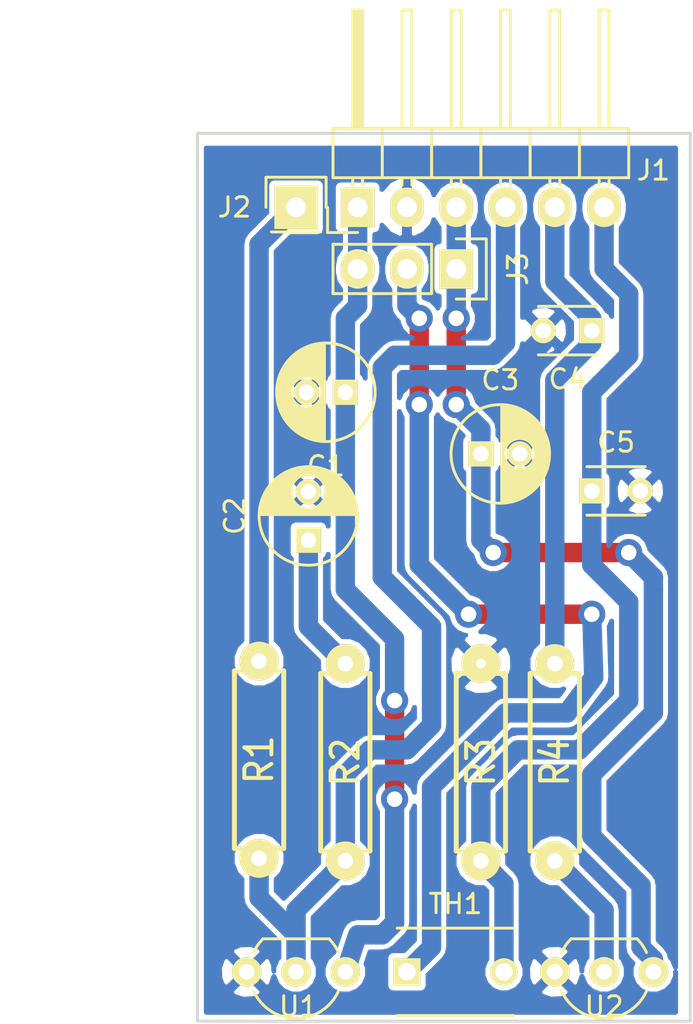
<source format=kicad_pcb>
(kicad_pcb (version 4) (host pcbnew 4.0.2+dfsg1-stable)

  (general
    (links 26)
    (no_connects 0)
    (area 69.774999 60.884999 95.325001 106.755001)
    (thickness 1.6)
    (drawings 6)
    (tracks 97)
    (zones 0)
    (modules 15)
    (nets 11)
  )

  (page USLetter)
  (title_block
    (title "Temperature Module")
    (date 2018-01-08)
    (rev 1)
    (company JGCorp)
  )

  (layers
    (0 F.Cu signal)
    (31 B.Cu signal)
    (32 B.Adhes user)
    (33 F.Adhes user)
    (34 B.Paste user)
    (35 F.Paste user)
    (36 B.SilkS user)
    (37 F.SilkS user)
    (38 B.Mask user)
    (39 F.Mask user)
    (40 Dwgs.User user)
    (41 Cmts.User user)
    (42 Eco1.User user)
    (43 Eco2.User user)
    (44 Edge.Cuts user)
    (45 Margin user)
    (46 B.CrtYd user)
    (47 F.CrtYd user)
    (48 B.Fab user)
    (49 F.Fab user)
  )

  (setup
    (last_trace_width 1)
    (trace_clearance 0.2)
    (zone_clearance 0.254)
    (zone_45_only no)
    (trace_min 1)
    (segment_width 0.2)
    (edge_width 0.15)
    (via_size 1.4)
    (via_drill 0.8)
    (via_min_size 1)
    (via_min_drill 0.8)
    (blind_buried_vias_allowed yes)
    (uvia_size 1)
    (uvia_drill 0.8)
    (uvias_allowed yes)
    (uvia_min_size 1)
    (uvia_min_drill 0.8)
    (pcb_text_width 0.3)
    (pcb_text_size 1.5 1.5)
    (mod_edge_width 0.15)
    (mod_text_size 1 1)
    (mod_text_width 0.15)
    (pad_size 1.99898 1.99898)
    (pad_drill 0.5)
    (pad_to_mask_clearance 0.1)
    (aux_axis_origin 111.76 60.96)
    (grid_origin 60.325 57.15)
    (visible_elements FFFFFF7F)
    (pcbplotparams
      (layerselection 0x03100_80000000)
      (usegerberextensions false)
      (excludeedgelayer false)
      (linewidth 0.100000)
      (plotframeref false)
      (viasonmask false)
      (mode 1)
      (useauxorigin false)
      (hpglpennumber 1)
      (hpglpenspeed 20)
      (hpglpendiameter 15)
      (hpglpenoverlay 2)
      (psnegative false)
      (psa4output false)
      (plotreference true)
      (plotvalue true)
      (plotinvisibletext false)
      (padsonsilk true)
      (subtractmaskfromsilk false)
      (outputformat 4)
      (mirror false)
      (drillshape 1)
      (scaleselection 1)
      (outputdirectory pdf/))
  )

  (net 0 "")
  (net 1 +5V)
  (net 2 Earth)
  (net 3 "Net-(C2-Pad1)")
  (net 4 +3V3)
  (net 5 AD22103K_Output)
  (net 6 THERMISTOR_Output)
  (net 7 LM35_Output)
  (net 8 -5V)
  (net 9 "Net-(J3-Pad2)")
  (net 10 "Net-(R4-Pad2)")

  (net_class Default "This is the default net class."
    (clearance 0.2)
    (trace_width 1)
    (via_dia 1.4)
    (via_drill 0.8)
    (uvia_dia 1)
    (uvia_drill 0.8)
    (add_net +3V3)
    (add_net +5V)
    (add_net -5V)
    (add_net AD22103K_Output)
    (add_net Earth)
    (add_net LM35_Output)
    (add_net "Net-(C2-Pad1)")
    (add_net "Net-(J3-Pad2)")
    (add_net "Net-(R4-Pad2)")
    (add_net THERMISTOR_Output)
  )

  (module w_pth_resistors:RC05 (layer F.Cu) (tedit 0) (tstamp 5A51BBBE)
    (at 73.025 93.218 90)
    (descr "Resistor, RC05")
    (tags R)
    (path /5A514BD7)
    (autoplace_cost180 10)
    (fp_text reference R1 (at 0 0 90) (layer F.SilkS)
      (effects (font (size 1.397 1.27) (thickness 0.2032)))
    )
    (fp_text value 100k (at 0 2.032 90) (layer F.SilkS) hide
      (effects (font (size 1.397 1.27) (thickness 0.2032)))
    )
    (fp_line (start 4.572 1.27) (end -4.572 1.27) (layer F.SilkS) (width 0.254))
    (fp_line (start -4.572 1.27) (end -4.572 -1.27) (layer F.SilkS) (width 0.254))
    (fp_line (start -4.572 -1.27) (end 4.572 -1.27) (layer F.SilkS) (width 0.254))
    (fp_line (start 4.572 -1.27) (end 4.572 1.27) (layer F.SilkS) (width 0.254))
    (fp_line (start -5.08 0) (end -4.572 0) (layer F.SilkS) (width 0.3048))
    (fp_line (start 5.08 0) (end 4.572 0) (layer F.SilkS) (width 0.3048))
    (pad 1 thru_hole circle (at -5.08 0 90) (size 1.99898 1.99898) (drill 0.8001) (layers *.Cu *.Mask F.SilkS)
      (net 7 LM35_Output))
    (pad 2 thru_hole circle (at 5.08 0 90) (size 1.99898 1.99898) (drill 0.8001) (layers *.Cu *.Mask F.SilkS)
      (net 8 -5V))
    (model walter/pth_resistors/rc05.wrl
      (at (xyz 0 0 0))
      (scale (xyz 1 1 1))
      (rotate (xyz 0 0 0))
    )
  )

  (module Capacitors_ThroughHole:C_Radial_D5_L11_P2 (layer F.Cu) (tedit 0) (tstamp 5A51BB8A)
    (at 77.47 74.295 180)
    (descr "Radial Electrolytic Capacitor 5mm x Length 11mm, Pitch 2mm")
    (tags "Electrolytic Capacitor")
    (path /5A514C8B)
    (fp_text reference C1 (at 1 -3.8 180) (layer F.SilkS)
      (effects (font (size 1 1) (thickness 0.15)))
    )
    (fp_text value 0.1uF (at 1 3.8 180) (layer F.Fab)
      (effects (font (size 1 1) (thickness 0.15)))
    )
    (fp_line (start 1.075 -2.499) (end 1.075 2.499) (layer F.SilkS) (width 0.15))
    (fp_line (start 1.215 -2.491) (end 1.215 -0.154) (layer F.SilkS) (width 0.15))
    (fp_line (start 1.215 0.154) (end 1.215 2.491) (layer F.SilkS) (width 0.15))
    (fp_line (start 1.355 -2.475) (end 1.355 -0.473) (layer F.SilkS) (width 0.15))
    (fp_line (start 1.355 0.473) (end 1.355 2.475) (layer F.SilkS) (width 0.15))
    (fp_line (start 1.495 -2.451) (end 1.495 -0.62) (layer F.SilkS) (width 0.15))
    (fp_line (start 1.495 0.62) (end 1.495 2.451) (layer F.SilkS) (width 0.15))
    (fp_line (start 1.635 -2.418) (end 1.635 -0.712) (layer F.SilkS) (width 0.15))
    (fp_line (start 1.635 0.712) (end 1.635 2.418) (layer F.SilkS) (width 0.15))
    (fp_line (start 1.775 -2.377) (end 1.775 -0.768) (layer F.SilkS) (width 0.15))
    (fp_line (start 1.775 0.768) (end 1.775 2.377) (layer F.SilkS) (width 0.15))
    (fp_line (start 1.915 -2.327) (end 1.915 -0.795) (layer F.SilkS) (width 0.15))
    (fp_line (start 1.915 0.795) (end 1.915 2.327) (layer F.SilkS) (width 0.15))
    (fp_line (start 2.055 -2.266) (end 2.055 -0.798) (layer F.SilkS) (width 0.15))
    (fp_line (start 2.055 0.798) (end 2.055 2.266) (layer F.SilkS) (width 0.15))
    (fp_line (start 2.195 -2.196) (end 2.195 -0.776) (layer F.SilkS) (width 0.15))
    (fp_line (start 2.195 0.776) (end 2.195 2.196) (layer F.SilkS) (width 0.15))
    (fp_line (start 2.335 -2.114) (end 2.335 -0.726) (layer F.SilkS) (width 0.15))
    (fp_line (start 2.335 0.726) (end 2.335 2.114) (layer F.SilkS) (width 0.15))
    (fp_line (start 2.475 -2.019) (end 2.475 -0.644) (layer F.SilkS) (width 0.15))
    (fp_line (start 2.475 0.644) (end 2.475 2.019) (layer F.SilkS) (width 0.15))
    (fp_line (start 2.615 -1.908) (end 2.615 -0.512) (layer F.SilkS) (width 0.15))
    (fp_line (start 2.615 0.512) (end 2.615 1.908) (layer F.SilkS) (width 0.15))
    (fp_line (start 2.755 -1.78) (end 2.755 -0.265) (layer F.SilkS) (width 0.15))
    (fp_line (start 2.755 0.265) (end 2.755 1.78) (layer F.SilkS) (width 0.15))
    (fp_line (start 2.895 -1.631) (end 2.895 1.631) (layer F.SilkS) (width 0.15))
    (fp_line (start 3.035 -1.452) (end 3.035 1.452) (layer F.SilkS) (width 0.15))
    (fp_line (start 3.175 -1.233) (end 3.175 1.233) (layer F.SilkS) (width 0.15))
    (fp_line (start 3.315 -0.944) (end 3.315 0.944) (layer F.SilkS) (width 0.15))
    (fp_line (start 3.455 -0.472) (end 3.455 0.472) (layer F.SilkS) (width 0.15))
    (fp_circle (center 2 0) (end 2 -0.8) (layer F.SilkS) (width 0.15))
    (fp_circle (center 1 0) (end 1 -2.5375) (layer F.SilkS) (width 0.15))
    (fp_circle (center 1 0) (end 1 -2.8) (layer F.CrtYd) (width 0.05))
    (pad 1 thru_hole rect (at 0 0 180) (size 1.3 1.3) (drill 0.8) (layers *.Cu *.Mask F.SilkS)
      (net 1 +5V))
    (pad 2 thru_hole circle (at 2 0 180) (size 1.3 1.3) (drill 0.8) (layers *.Cu *.Mask F.SilkS)
      (net 2 Earth))
    (model Capacitors_ThroughHole.3dshapes/C_Radial_D5_L11_P2.wrl
      (at (xyz 0 0 0))
      (scale (xyz 1 1 1))
      (rotate (xyz 0 0 0))
    )
  )

  (module Capacitors_ThroughHole:C_Radial_D5_L11_P2.5 (layer F.Cu) (tedit 5A53D092) (tstamp 5A51BB90)
    (at 75.565 81.915 90)
    (descr "Radial Electrolytic Capacitor Diameter 5mm x Length 11mm, Pitch 2.5mm")
    (tags "Electrolytic Capacitor")
    (path /5A514C66)
    (fp_text reference C2 (at 1.25 -3.8 90) (layer F.SilkS)
      (effects (font (size 1 1) (thickness 0.15)))
    )
    (fp_text value 1uF (at 1.27 3.81 90) (layer F.Fab)
      (effects (font (size 1 1) (thickness 0.15)))
    )
    (fp_line (start 1.325 -2.499) (end 1.325 2.499) (layer F.SilkS) (width 0.15))
    (fp_line (start 1.465 -2.491) (end 1.465 2.491) (layer F.SilkS) (width 0.15))
    (fp_line (start 1.605 -2.475) (end 1.605 -0.095) (layer F.SilkS) (width 0.15))
    (fp_line (start 1.605 0.095) (end 1.605 2.475) (layer F.SilkS) (width 0.15))
    (fp_line (start 1.745 -2.451) (end 1.745 -0.49) (layer F.SilkS) (width 0.15))
    (fp_line (start 1.745 0.49) (end 1.745 2.451) (layer F.SilkS) (width 0.15))
    (fp_line (start 1.885 -2.418) (end 1.885 -0.657) (layer F.SilkS) (width 0.15))
    (fp_line (start 1.885 0.657) (end 1.885 2.418) (layer F.SilkS) (width 0.15))
    (fp_line (start 2.025 -2.377) (end 2.025 -0.764) (layer F.SilkS) (width 0.15))
    (fp_line (start 2.025 0.764) (end 2.025 2.377) (layer F.SilkS) (width 0.15))
    (fp_line (start 2.165 -2.327) (end 2.165 -0.835) (layer F.SilkS) (width 0.15))
    (fp_line (start 2.165 0.835) (end 2.165 2.327) (layer F.SilkS) (width 0.15))
    (fp_line (start 2.305 -2.266) (end 2.305 -0.879) (layer F.SilkS) (width 0.15))
    (fp_line (start 2.305 0.879) (end 2.305 2.266) (layer F.SilkS) (width 0.15))
    (fp_line (start 2.445 -2.196) (end 2.445 -0.898) (layer F.SilkS) (width 0.15))
    (fp_line (start 2.445 0.898) (end 2.445 2.196) (layer F.SilkS) (width 0.15))
    (fp_line (start 2.585 -2.114) (end 2.585 -0.896) (layer F.SilkS) (width 0.15))
    (fp_line (start 2.585 0.896) (end 2.585 2.114) (layer F.SilkS) (width 0.15))
    (fp_line (start 2.725 -2.019) (end 2.725 -0.871) (layer F.SilkS) (width 0.15))
    (fp_line (start 2.725 0.871) (end 2.725 2.019) (layer F.SilkS) (width 0.15))
    (fp_line (start 2.865 -1.908) (end 2.865 -0.823) (layer F.SilkS) (width 0.15))
    (fp_line (start 2.865 0.823) (end 2.865 1.908) (layer F.SilkS) (width 0.15))
    (fp_line (start 3.005 -1.78) (end 3.005 -0.745) (layer F.SilkS) (width 0.15))
    (fp_line (start 3.005 0.745) (end 3.005 1.78) (layer F.SilkS) (width 0.15))
    (fp_line (start 3.145 -1.631) (end 3.145 -0.628) (layer F.SilkS) (width 0.15))
    (fp_line (start 3.145 0.628) (end 3.145 1.631) (layer F.SilkS) (width 0.15))
    (fp_line (start 3.285 -1.452) (end 3.285 -0.44) (layer F.SilkS) (width 0.15))
    (fp_line (start 3.285 0.44) (end 3.285 1.452) (layer F.SilkS) (width 0.15))
    (fp_line (start 3.425 -1.233) (end 3.425 1.233) (layer F.SilkS) (width 0.15))
    (fp_line (start 3.565 -0.944) (end 3.565 0.944) (layer F.SilkS) (width 0.15))
    (fp_line (start 3.705 -0.472) (end 3.705 0.472) (layer F.SilkS) (width 0.15))
    (fp_circle (center 2.5 0) (end 2.5 -0.9) (layer F.SilkS) (width 0.15))
    (fp_circle (center 1.25 0) (end 1.25 -2.5375) (layer F.SilkS) (width 0.15))
    (fp_circle (center 1.25 0) (end 1.25 -2.8) (layer F.CrtYd) (width 0.05))
    (pad 1 thru_hole rect (at 0 0 90) (size 1.3 1.3) (drill 0.8) (layers *.Cu *.Mask F.SilkS)
      (net 3 "Net-(C2-Pad1)"))
    (pad 2 thru_hole circle (at 2.5 0 90) (size 1.3 1.3) (drill 0.8) (layers *.Cu *.Mask F.SilkS)
      (net 2 Earth))
    (model Capacitors_ThroughHole.3dshapes/C_Radial_D5_L11_P2.5.wrl
      (at (xyz 0.049213 0 0))
      (scale (xyz 1 1 1))
      (rotate (xyz 0 0 90))
    )
  )

  (module Capacitors_ThroughHole:C_Radial_D5_L11_P2 (layer F.Cu) (tedit 0) (tstamp 5A51BB96)
    (at 84.455 77.47)
    (descr "Radial Electrolytic Capacitor 5mm x Length 11mm, Pitch 2mm")
    (tags "Electrolytic Capacitor")
    (path /5A5171FB)
    (fp_text reference C3 (at 1 -3.8) (layer F.SilkS)
      (effects (font (size 1 1) (thickness 0.15)))
    )
    (fp_text value 0.1uF (at 1 3.8) (layer F.Fab)
      (effects (font (size 1 1) (thickness 0.15)))
    )
    (fp_line (start 1.075 -2.499) (end 1.075 2.499) (layer F.SilkS) (width 0.15))
    (fp_line (start 1.215 -2.491) (end 1.215 -0.154) (layer F.SilkS) (width 0.15))
    (fp_line (start 1.215 0.154) (end 1.215 2.491) (layer F.SilkS) (width 0.15))
    (fp_line (start 1.355 -2.475) (end 1.355 -0.473) (layer F.SilkS) (width 0.15))
    (fp_line (start 1.355 0.473) (end 1.355 2.475) (layer F.SilkS) (width 0.15))
    (fp_line (start 1.495 -2.451) (end 1.495 -0.62) (layer F.SilkS) (width 0.15))
    (fp_line (start 1.495 0.62) (end 1.495 2.451) (layer F.SilkS) (width 0.15))
    (fp_line (start 1.635 -2.418) (end 1.635 -0.712) (layer F.SilkS) (width 0.15))
    (fp_line (start 1.635 0.712) (end 1.635 2.418) (layer F.SilkS) (width 0.15))
    (fp_line (start 1.775 -2.377) (end 1.775 -0.768) (layer F.SilkS) (width 0.15))
    (fp_line (start 1.775 0.768) (end 1.775 2.377) (layer F.SilkS) (width 0.15))
    (fp_line (start 1.915 -2.327) (end 1.915 -0.795) (layer F.SilkS) (width 0.15))
    (fp_line (start 1.915 0.795) (end 1.915 2.327) (layer F.SilkS) (width 0.15))
    (fp_line (start 2.055 -2.266) (end 2.055 -0.798) (layer F.SilkS) (width 0.15))
    (fp_line (start 2.055 0.798) (end 2.055 2.266) (layer F.SilkS) (width 0.15))
    (fp_line (start 2.195 -2.196) (end 2.195 -0.776) (layer F.SilkS) (width 0.15))
    (fp_line (start 2.195 0.776) (end 2.195 2.196) (layer F.SilkS) (width 0.15))
    (fp_line (start 2.335 -2.114) (end 2.335 -0.726) (layer F.SilkS) (width 0.15))
    (fp_line (start 2.335 0.726) (end 2.335 2.114) (layer F.SilkS) (width 0.15))
    (fp_line (start 2.475 -2.019) (end 2.475 -0.644) (layer F.SilkS) (width 0.15))
    (fp_line (start 2.475 0.644) (end 2.475 2.019) (layer F.SilkS) (width 0.15))
    (fp_line (start 2.615 -1.908) (end 2.615 -0.512) (layer F.SilkS) (width 0.15))
    (fp_line (start 2.615 0.512) (end 2.615 1.908) (layer F.SilkS) (width 0.15))
    (fp_line (start 2.755 -1.78) (end 2.755 -0.265) (layer F.SilkS) (width 0.15))
    (fp_line (start 2.755 0.265) (end 2.755 1.78) (layer F.SilkS) (width 0.15))
    (fp_line (start 2.895 -1.631) (end 2.895 1.631) (layer F.SilkS) (width 0.15))
    (fp_line (start 3.035 -1.452) (end 3.035 1.452) (layer F.SilkS) (width 0.15))
    (fp_line (start 3.175 -1.233) (end 3.175 1.233) (layer F.SilkS) (width 0.15))
    (fp_line (start 3.315 -0.944) (end 3.315 0.944) (layer F.SilkS) (width 0.15))
    (fp_line (start 3.455 -0.472) (end 3.455 0.472) (layer F.SilkS) (width 0.15))
    (fp_circle (center 2 0) (end 2 -0.8) (layer F.SilkS) (width 0.15))
    (fp_circle (center 1 0) (end 1 -2.5375) (layer F.SilkS) (width 0.15))
    (fp_circle (center 1 0) (end 1 -2.8) (layer F.CrtYd) (width 0.05))
    (pad 1 thru_hole rect (at 0 0) (size 1.3 1.3) (drill 0.8) (layers *.Cu *.Mask F.SilkS)
      (net 4 +3V3))
    (pad 2 thru_hole circle (at 2 0) (size 1.3 1.3) (drill 0.8) (layers *.Cu *.Mask F.SilkS)
      (net 2 Earth))
    (model Capacitors_ThroughHole.3dshapes/C_Radial_D5_L11_P2.wrl
      (at (xyz 0 0 0))
      (scale (xyz 1 1 1))
      (rotate (xyz 0 0 0))
    )
  )

  (module Capacitors_ThroughHole:C_Disc_D3_P2.5 (layer F.Cu) (tedit 0) (tstamp 5A51BB9C)
    (at 90.17 71.12 180)
    (descr "Capacitor 3mm Disc, Pitch 2.5mm")
    (tags Capacitor)
    (path /5A5175FC)
    (fp_text reference C4 (at 1.25 -2.5 180) (layer F.SilkS)
      (effects (font (size 1 1) (thickness 0.15)))
    )
    (fp_text value 100nF (at 1.25 2.5 180) (layer F.Fab)
      (effects (font (size 1 1) (thickness 0.15)))
    )
    (fp_line (start -0.9 -1.5) (end 3.4 -1.5) (layer F.CrtYd) (width 0.05))
    (fp_line (start 3.4 -1.5) (end 3.4 1.5) (layer F.CrtYd) (width 0.05))
    (fp_line (start 3.4 1.5) (end -0.9 1.5) (layer F.CrtYd) (width 0.05))
    (fp_line (start -0.9 1.5) (end -0.9 -1.5) (layer F.CrtYd) (width 0.05))
    (fp_line (start -0.25 -1.25) (end 2.75 -1.25) (layer F.SilkS) (width 0.15))
    (fp_line (start 2.75 1.25) (end -0.25 1.25) (layer F.SilkS) (width 0.15))
    (pad 1 thru_hole rect (at 0 0 180) (size 1.3 1.3) (drill 0.8) (layers *.Cu *.Mask F.SilkS)
      (net 5 AD22103K_Output))
    (pad 2 thru_hole circle (at 2.5 0 180) (size 1.3 1.3) (drill 0.8001) (layers *.Cu *.Mask F.SilkS)
      (net 2 Earth))
    (model Capacitors_ThroughHole.3dshapes/C_Disc_D3_P2.5.wrl
      (at (xyz 0.0492126 0 0))
      (scale (xyz 1 1 1))
      (rotate (xyz 0 0 0))
    )
  )

  (module Capacitors_ThroughHole:C_Disc_D3_P2.5 (layer F.Cu) (tedit 0) (tstamp 5A51BBA2)
    (at 90.17 79.375)
    (descr "Capacitor 3mm Disc, Pitch 2.5mm")
    (tags Capacitor)
    (path /5A51A7A3)
    (fp_text reference C5 (at 1.25 -2.5) (layer F.SilkS)
      (effects (font (size 1 1) (thickness 0.15)))
    )
    (fp_text value 100nF (at 1.25 2.5) (layer F.Fab)
      (effects (font (size 1 1) (thickness 0.15)))
    )
    (fp_line (start -0.9 -1.5) (end 3.4 -1.5) (layer F.CrtYd) (width 0.05))
    (fp_line (start 3.4 -1.5) (end 3.4 1.5) (layer F.CrtYd) (width 0.05))
    (fp_line (start 3.4 1.5) (end -0.9 1.5) (layer F.CrtYd) (width 0.05))
    (fp_line (start -0.9 1.5) (end -0.9 -1.5) (layer F.CrtYd) (width 0.05))
    (fp_line (start -0.25 -1.25) (end 2.75 -1.25) (layer F.SilkS) (width 0.15))
    (fp_line (start 2.75 1.25) (end -0.25 1.25) (layer F.SilkS) (width 0.15))
    (pad 1 thru_hole rect (at 0 0) (size 1.3 1.3) (drill 0.8) (layers *.Cu *.Mask F.SilkS)
      (net 6 THERMISTOR_Output))
    (pad 2 thru_hole circle (at 2.5 0) (size 1.3 1.3) (drill 0.8001) (layers *.Cu *.Mask F.SilkS)
      (net 2 Earth))
    (model Capacitors_ThroughHole.3dshapes/C_Disc_D3_P2.5.wrl
      (at (xyz 0.0492126 0 0))
      (scale (xyz 1 1 1))
      (rotate (xyz 0 0 0))
    )
  )

  (module Pin_Headers:Pin_Header_Angled_1x06 (layer F.Cu) (tedit 5A53A30B) (tstamp 5A51BBAC)
    (at 78.105 64.77 90)
    (descr "Through hole pin header")
    (tags "pin header")
    (path /5A51A9E2)
    (fp_text reference J1 (at 1.905 15.24 180) (layer F.SilkS)
      (effects (font (size 1 1) (thickness 0.15)))
    )
    (fp_text value HEADER_6 (at 0 -3.1 90) (layer F.Fab)
      (effects (font (size 1 1) (thickness 0.15)))
    )
    (fp_line (start -1.5 -1.75) (end -1.5 14.45) (layer F.CrtYd) (width 0.05))
    (fp_line (start 10.65 -1.75) (end 10.65 14.45) (layer F.CrtYd) (width 0.05))
    (fp_line (start -1.5 -1.75) (end 10.65 -1.75) (layer F.CrtYd) (width 0.05))
    (fp_line (start -1.5 14.45) (end 10.65 14.45) (layer F.CrtYd) (width 0.05))
    (fp_line (start -1.3 -1.55) (end -1.3 0) (layer F.SilkS) (width 0.15))
    (fp_line (start 0 -1.55) (end -1.3 -1.55) (layer F.SilkS) (width 0.15))
    (fp_line (start 4.191 -0.127) (end 10.033 -0.127) (layer F.SilkS) (width 0.15))
    (fp_line (start 10.033 -0.127) (end 10.033 0.127) (layer F.SilkS) (width 0.15))
    (fp_line (start 10.033 0.127) (end 4.191 0.127) (layer F.SilkS) (width 0.15))
    (fp_line (start 4.191 0.127) (end 4.191 0) (layer F.SilkS) (width 0.15))
    (fp_line (start 4.191 0) (end 10.033 0) (layer F.SilkS) (width 0.15))
    (fp_line (start 1.524 -0.254) (end 1.143 -0.254) (layer F.SilkS) (width 0.15))
    (fp_line (start 1.524 0.254) (end 1.143 0.254) (layer F.SilkS) (width 0.15))
    (fp_line (start 1.524 2.286) (end 1.143 2.286) (layer F.SilkS) (width 0.15))
    (fp_line (start 1.524 2.794) (end 1.143 2.794) (layer F.SilkS) (width 0.15))
    (fp_line (start 1.524 4.826) (end 1.143 4.826) (layer F.SilkS) (width 0.15))
    (fp_line (start 1.524 5.334) (end 1.143 5.334) (layer F.SilkS) (width 0.15))
    (fp_line (start 1.524 12.954) (end 1.143 12.954) (layer F.SilkS) (width 0.15))
    (fp_line (start 1.524 12.446) (end 1.143 12.446) (layer F.SilkS) (width 0.15))
    (fp_line (start 1.524 10.414) (end 1.143 10.414) (layer F.SilkS) (width 0.15))
    (fp_line (start 1.524 9.906) (end 1.143 9.906) (layer F.SilkS) (width 0.15))
    (fp_line (start 1.524 7.874) (end 1.143 7.874) (layer F.SilkS) (width 0.15))
    (fp_line (start 1.524 7.366) (end 1.143 7.366) (layer F.SilkS) (width 0.15))
    (fp_line (start 1.524 -1.27) (end 4.064 -1.27) (layer F.SilkS) (width 0.15))
    (fp_line (start 1.524 1.27) (end 4.064 1.27) (layer F.SilkS) (width 0.15))
    (fp_line (start 1.524 1.27) (end 1.524 3.81) (layer F.SilkS) (width 0.15))
    (fp_line (start 1.524 3.81) (end 4.064 3.81) (layer F.SilkS) (width 0.15))
    (fp_line (start 4.064 2.286) (end 10.16 2.286) (layer F.SilkS) (width 0.15))
    (fp_line (start 10.16 2.286) (end 10.16 2.794) (layer F.SilkS) (width 0.15))
    (fp_line (start 10.16 2.794) (end 4.064 2.794) (layer F.SilkS) (width 0.15))
    (fp_line (start 4.064 3.81) (end 4.064 1.27) (layer F.SilkS) (width 0.15))
    (fp_line (start 4.064 1.27) (end 4.064 -1.27) (layer F.SilkS) (width 0.15))
    (fp_line (start 10.16 0.254) (end 4.064 0.254) (layer F.SilkS) (width 0.15))
    (fp_line (start 10.16 -0.254) (end 10.16 0.254) (layer F.SilkS) (width 0.15))
    (fp_line (start 4.064 -0.254) (end 10.16 -0.254) (layer F.SilkS) (width 0.15))
    (fp_line (start 1.524 1.27) (end 4.064 1.27) (layer F.SilkS) (width 0.15))
    (fp_line (start 1.524 -1.27) (end 1.524 1.27) (layer F.SilkS) (width 0.15))
    (fp_line (start 1.524 8.89) (end 4.064 8.89) (layer F.SilkS) (width 0.15))
    (fp_line (start 1.524 8.89) (end 1.524 11.43) (layer F.SilkS) (width 0.15))
    (fp_line (start 1.524 11.43) (end 4.064 11.43) (layer F.SilkS) (width 0.15))
    (fp_line (start 4.064 9.906) (end 10.16 9.906) (layer F.SilkS) (width 0.15))
    (fp_line (start 10.16 9.906) (end 10.16 10.414) (layer F.SilkS) (width 0.15))
    (fp_line (start 10.16 10.414) (end 4.064 10.414) (layer F.SilkS) (width 0.15))
    (fp_line (start 4.064 11.43) (end 4.064 8.89) (layer F.SilkS) (width 0.15))
    (fp_line (start 4.064 13.97) (end 4.064 11.43) (layer F.SilkS) (width 0.15))
    (fp_line (start 10.16 12.954) (end 4.064 12.954) (layer F.SilkS) (width 0.15))
    (fp_line (start 10.16 12.446) (end 10.16 12.954) (layer F.SilkS) (width 0.15))
    (fp_line (start 4.064 12.446) (end 10.16 12.446) (layer F.SilkS) (width 0.15))
    (fp_line (start 1.524 13.97) (end 4.064 13.97) (layer F.SilkS) (width 0.15))
    (fp_line (start 1.524 11.43) (end 1.524 13.97) (layer F.SilkS) (width 0.15))
    (fp_line (start 1.524 11.43) (end 4.064 11.43) (layer F.SilkS) (width 0.15))
    (fp_line (start 1.524 6.35) (end 4.064 6.35) (layer F.SilkS) (width 0.15))
    (fp_line (start 1.524 6.35) (end 1.524 8.89) (layer F.SilkS) (width 0.15))
    (fp_line (start 1.524 8.89) (end 4.064 8.89) (layer F.SilkS) (width 0.15))
    (fp_line (start 4.064 7.366) (end 10.16 7.366) (layer F.SilkS) (width 0.15))
    (fp_line (start 10.16 7.366) (end 10.16 7.874) (layer F.SilkS) (width 0.15))
    (fp_line (start 10.16 7.874) (end 4.064 7.874) (layer F.SilkS) (width 0.15))
    (fp_line (start 4.064 8.89) (end 4.064 6.35) (layer F.SilkS) (width 0.15))
    (fp_line (start 4.064 6.35) (end 4.064 3.81) (layer F.SilkS) (width 0.15))
    (fp_line (start 10.16 5.334) (end 4.064 5.334) (layer F.SilkS) (width 0.15))
    (fp_line (start 10.16 4.826) (end 10.16 5.334) (layer F.SilkS) (width 0.15))
    (fp_line (start 4.064 4.826) (end 10.16 4.826) (layer F.SilkS) (width 0.15))
    (fp_line (start 1.524 6.35) (end 4.064 6.35) (layer F.SilkS) (width 0.15))
    (fp_line (start 1.524 3.81) (end 1.524 6.35) (layer F.SilkS) (width 0.15))
    (fp_line (start 1.524 3.81) (end 4.064 3.81) (layer F.SilkS) (width 0.15))
    (pad 1 thru_hole rect (at 0 0 90) (size 2.032 1.7272) (drill 1.016) (layers *.Cu *.Mask F.SilkS)
      (net 1 +5V))
    (pad 2 thru_hole oval (at 0 2.54 90) (size 2.032 1.7272) (drill 1.016) (layers *.Cu *.Mask F.SilkS)
      (net 2 Earth))
    (pad 3 thru_hole oval (at 0 5.08 90) (size 2.032 1.7272) (drill 1.016) (layers *.Cu *.Mask F.SilkS)
      (net 4 +3V3))
    (pad 4 thru_hole oval (at 0 7.62 90) (size 2.032 1.7272) (drill 1.016) (layers *.Cu *.Mask F.SilkS)
      (net 7 LM35_Output))
    (pad 5 thru_hole oval (at 0 10.16 90) (size 2.032 1.7272) (drill 1.016) (layers *.Cu *.Mask F.SilkS)
      (net 5 AD22103K_Output))
    (pad 6 thru_hole oval (at 0 12.7 90) (size 2.032 1.7272) (drill 1.016) (layers *.Cu *.Mask F.SilkS)
      (net 6 THERMISTOR_Output))
    (model Pin_Headers.3dshapes/Pin_Header_Angled_1x06.wrl
      (at (xyz 0 -0.25 0))
      (scale (xyz 1 1 1))
      (rotate (xyz 0 0 90))
    )
  )

  (module Pin_Headers:Pin_Header_Straight_1x01 (layer F.Cu) (tedit 5A53A30E) (tstamp 5A51BBB1)
    (at 74.93 64.77)
    (descr "Through hole pin header")
    (tags "pin header")
    (path /5A51AD13)
    (fp_text reference J2 (at -3.175 0) (layer F.SilkS)
      (effects (font (size 1 1) (thickness 0.15)))
    )
    (fp_text value HEADER_1 (at 0 -3.1) (layer F.Fab)
      (effects (font (size 1 1) (thickness 0.15)))
    )
    (fp_line (start 1.55 -1.55) (end 1.55 0) (layer F.SilkS) (width 0.15))
    (fp_line (start -1.75 -1.75) (end -1.75 1.75) (layer F.CrtYd) (width 0.05))
    (fp_line (start 1.75 -1.75) (end 1.75 1.75) (layer F.CrtYd) (width 0.05))
    (fp_line (start -1.75 -1.75) (end 1.75 -1.75) (layer F.CrtYd) (width 0.05))
    (fp_line (start -1.75 1.75) (end 1.75 1.75) (layer F.CrtYd) (width 0.05))
    (fp_line (start -1.55 0) (end -1.55 -1.55) (layer F.SilkS) (width 0.15))
    (fp_line (start -1.55 -1.55) (end 1.55 -1.55) (layer F.SilkS) (width 0.15))
    (fp_line (start -1.27 1.27) (end 1.27 1.27) (layer F.SilkS) (width 0.15))
    (pad 1 thru_hole rect (at 0 0) (size 2.2352 2.2352) (drill 1.016) (layers *.Cu *.Mask F.SilkS)
      (net 8 -5V))
    (model Pin_Headers.3dshapes/Pin_Header_Straight_1x01.wrl
      (at (xyz 0 0 0))
      (scale (xyz 1 1 1))
      (rotate (xyz 0 0 90))
    )
  )

  (module Pin_Headers:Pin_Header_Straight_1x03 (layer F.Cu) (tedit 5A53BB86) (tstamp 5A51BBB8)
    (at 83.185 67.945 270)
    (descr "Through hole pin header")
    (tags "pin header")
    (path /5A51B07E)
    (fp_text reference J3 (at 0 -3.175 270) (layer F.SilkS)
      (effects (font (size 1 1) (thickness 0.15)))
    )
    (fp_text value HEADER_3 (at 0 -3.1 270) (layer F.Fab)
      (effects (font (size 1 1) (thickness 0.15)))
    )
    (fp_line (start -1.75 -1.75) (end -1.75 6.85) (layer F.CrtYd) (width 0.05))
    (fp_line (start 1.75 -1.75) (end 1.75 6.85) (layer F.CrtYd) (width 0.05))
    (fp_line (start -1.75 -1.75) (end 1.75 -1.75) (layer F.CrtYd) (width 0.05))
    (fp_line (start -1.75 6.85) (end 1.75 6.85) (layer F.CrtYd) (width 0.05))
    (fp_line (start -1.27 1.27) (end -1.27 6.35) (layer F.SilkS) (width 0.15))
    (fp_line (start -1.27 6.35) (end 1.27 6.35) (layer F.SilkS) (width 0.15))
    (fp_line (start 1.27 6.35) (end 1.27 1.27) (layer F.SilkS) (width 0.15))
    (fp_line (start 1.55 -1.55) (end 1.55 0) (layer F.SilkS) (width 0.15))
    (fp_line (start 1.27 1.27) (end -1.27 1.27) (layer F.SilkS) (width 0.15))
    (fp_line (start -1.55 0) (end -1.55 -1.55) (layer F.SilkS) (width 0.15))
    (fp_line (start -1.55 -1.55) (end 1.55 -1.55) (layer F.SilkS) (width 0.15))
    (pad 1 thru_hole rect (at 0 0 270) (size 2.032 1.7272) (drill 1.016) (layers *.Cu *.Mask F.SilkS)
      (net 4 +3V3))
    (pad 2 thru_hole oval (at 0 2.54 270) (size 2.032 1.7272) (drill 1.016) (layers *.Cu *.Mask F.SilkS)
      (net 9 "Net-(J3-Pad2)"))
    (pad 3 thru_hole oval (at 0 5.08 270) (size 2.032 1.7272) (drill 1.016) (layers *.Cu *.Mask F.SilkS)
      (net 1 +5V))
    (model Pin_Headers.3dshapes/Pin_Header_Straight_1x03.wrl
      (at (xyz 0 -0.1 0))
      (scale (xyz 1 1 1))
      (rotate (xyz 0 0 90))
    )
  )

  (module TO_SOT_Packages_THT:TO-92_Inline_Wide (layer F.Cu) (tedit 5A53BBDB) (tstamp 5A51BBDD)
    (at 77.47 104.14 180)
    (descr "TO-92 leads in-line, wide, drill 0.8mm (see NXP sot054_po.pdf)")
    (tags "to-92 sc-43 sc-43a sot54 PA33 transistor")
    (path /5A516F3C)
    (fp_text reference U1 (at 2.413 -1.778 360) (layer F.SilkS)
      (effects (font (size 1 1) (thickness 0.15)))
    )
    (fp_text value LM35CZ (at 2.413 2.794 180) (layer F.Fab)
      (effects (font (size 1 1) (thickness 0.15)))
    )
    (fp_arc (start 2.54 0) (end 0.84 1.7) (angle 20.5) (layer F.SilkS) (width 0.15))
    (fp_arc (start 2.54 0) (end 4.24 1.7) (angle -20.5) (layer F.SilkS) (width 0.15))
    (fp_line (start -1 1.95) (end -1 -2.65) (layer F.CrtYd) (width 0.05))
    (fp_line (start -1 1.95) (end 6.1 1.95) (layer F.CrtYd) (width 0.05))
    (fp_line (start 0.84 1.7) (end 4.24 1.7) (layer F.SilkS) (width 0.15))
    (fp_arc (start 2.54 0) (end 2.54 -2.4) (angle -65.55604127) (layer F.SilkS) (width 0.15))
    (fp_arc (start 2.54 0) (end 2.54 -2.4) (angle 65.55604127) (layer F.SilkS) (width 0.15))
    (fp_line (start -1 -2.65) (end 6.1 -2.65) (layer F.CrtYd) (width 0.05))
    (fp_line (start 6.1 1.95) (end 6.1 -2.65) (layer F.CrtYd) (width 0.05))
    (pad 2 thru_hole circle (at 2.54 0 270) (size 1.524 1.524) (drill 0.8) (layers *.Cu *.Mask F.SilkS)
      (net 7 LM35_Output))
    (pad 3 thru_hole circle (at 5.08 0 270) (size 1.524 1.524) (drill 0.8) (layers *.Cu *.Mask F.SilkS)
      (net 2 Earth))
    (pad 1 thru_hole circle (at 0 0 270) (size 1.524 1.524) (drill 0.8) (layers *.Cu *.Mask F.SilkS)
      (net 1 +5V))
    (model TO_SOT_Packages_THT.3dshapes/TO-92_Inline_Wide.wrl
      (at (xyz 0.1 0 0))
      (scale (xyz 1 1 1))
      (rotate (xyz 0 0 -90))
    )
  )

  (module TO_SOT_Packages_THT:TO-92_Inline_Wide (layer F.Cu) (tedit 5A53BBDE) (tstamp 5A51BBE4)
    (at 93.345 104.14 180)
    (descr "TO-92 leads in-line, wide, drill 0.8mm (see NXP sot054_po.pdf)")
    (tags "to-92 sc-43 sc-43a sot54 PA33 transistor")
    (path /5A516FC5)
    (fp_text reference U2 (at 2.54 -1.778 360) (layer F.SilkS)
      (effects (font (size 1 1) (thickness 0.15)))
    )
    (fp_text value AD22103KT (at 2.54 2.794 180) (layer F.Fab)
      (effects (font (size 1 1) (thickness 0.15)))
    )
    (fp_arc (start 2.54 0) (end 0.84 1.7) (angle 20.5) (layer F.SilkS) (width 0.15))
    (fp_arc (start 2.54 0) (end 4.24 1.7) (angle -20.5) (layer F.SilkS) (width 0.15))
    (fp_line (start -1 1.95) (end -1 -2.65) (layer F.CrtYd) (width 0.05))
    (fp_line (start -1 1.95) (end 6.1 1.95) (layer F.CrtYd) (width 0.05))
    (fp_line (start 0.84 1.7) (end 4.24 1.7) (layer F.SilkS) (width 0.15))
    (fp_arc (start 2.54 0) (end 2.54 -2.4) (angle -65.55604127) (layer F.SilkS) (width 0.15))
    (fp_arc (start 2.54 0) (end 2.54 -2.4) (angle 65.55604127) (layer F.SilkS) (width 0.15))
    (fp_line (start -1 -2.65) (end 6.1 -2.65) (layer F.CrtYd) (width 0.05))
    (fp_line (start 6.1 1.95) (end 6.1 -2.65) (layer F.CrtYd) (width 0.05))
    (pad 2 thru_hole circle (at 2.54 0 270) (size 1.524 1.524) (drill 0.8) (layers *.Cu *.Mask F.SilkS)
      (net 10 "Net-(R4-Pad2)"))
    (pad 3 thru_hole circle (at 5.08 0 270) (size 1.524 1.524) (drill 0.8) (layers *.Cu *.Mask F.SilkS)
      (net 2 Earth))
    (pad 1 thru_hole circle (at 0 0 270) (size 1.524 1.524) (drill 0.8) (layers *.Cu *.Mask F.SilkS)
      (net 4 +3V3))
    (model TO_SOT_Packages_THT.3dshapes/TO-92_Inline_Wide.wrl
      (at (xyz 0.1 0 0))
      (scale (xyz 1 1 1))
      (rotate (xyz 0 0 -90))
    )
  )

  (module Capacitors_ThroughHole:C_Disc_D6_P5 (layer F.Cu) (tedit 5A53BBE0) (tstamp 5A51BBD6)
    (at 80.645 104.14)
    (descr "Capacitor 6mm Disc, Pitch 5mm")
    (tags Capacitor)
    (path /5A51A56F)
    (fp_text reference TH1 (at 2.5 -3.5) (layer F.SilkS)
      (effects (font (size 1 1) (thickness 0.15)))
    )
    (fp_text value 20k (at 2.54 -0.254) (layer F.Fab)
      (effects (font (size 1 1) (thickness 0.15)))
    )
    (fp_line (start -0.95 -2.5) (end 5.95 -2.5) (layer F.CrtYd) (width 0.05))
    (fp_line (start 5.95 -2.5) (end 5.95 2.5) (layer F.CrtYd) (width 0.05))
    (fp_line (start 5.95 2.5) (end -0.95 2.5) (layer F.CrtYd) (width 0.05))
    (fp_line (start -0.95 2.5) (end -0.95 -2.5) (layer F.CrtYd) (width 0.05))
    (fp_line (start -0.5 -2.25) (end 5.5 -2.25) (layer F.SilkS) (width 0.15))
    (fp_line (start 5.5 2.25) (end -0.5 2.25) (layer F.SilkS) (width 0.15))
    (pad 1 thru_hole rect (at 0 0) (size 1.4 1.4) (drill 0.9) (layers *.Cu *.Mask F.SilkS)
      (net 9 "Net-(J3-Pad2)"))
    (pad 2 thru_hole circle (at 5 0) (size 1.4 1.4) (drill 0.9) (layers *.Cu *.Mask F.SilkS)
      (net 6 THERMISTOR_Output))
    (model Capacitors_ThroughHole.3dshapes/C_Disc_D6_P5.wrl
      (at (xyz 0.0984252 0 0))
      (scale (xyz 1 1 1))
      (rotate (xyz 0 0 0))
    )
  )

  (module w_pth_resistors:RC05 (layer F.Cu) (tedit 0) (tstamp 5A51BBC4)
    (at 77.47 93.345 90)
    (descr "Resistor, RC05")
    (tags R)
    (path /5A514C1C)
    (autoplace_cost180 10)
    (fp_text reference R2 (at 0 0 90) (layer F.SilkS)
      (effects (font (size 1.397 1.27) (thickness 0.2032)))
    )
    (fp_text value 75 (at 0 2.032 90) (layer F.SilkS) hide
      (effects (font (size 1.397 1.27) (thickness 0.2032)))
    )
    (fp_line (start 4.572 1.27) (end -4.572 1.27) (layer F.SilkS) (width 0.254))
    (fp_line (start -4.572 1.27) (end -4.572 -1.27) (layer F.SilkS) (width 0.254))
    (fp_line (start -4.572 -1.27) (end 4.572 -1.27) (layer F.SilkS) (width 0.254))
    (fp_line (start 4.572 -1.27) (end 4.572 1.27) (layer F.SilkS) (width 0.254))
    (fp_line (start -5.08 0) (end -4.572 0) (layer F.SilkS) (width 0.3048))
    (fp_line (start 5.08 0) (end 4.572 0) (layer F.SilkS) (width 0.3048))
    (pad 1 thru_hole circle (at -5.08 0 90) (size 1.99898 1.99898) (drill 0.8001) (layers *.Cu *.Mask F.SilkS)
      (net 7 LM35_Output))
    (pad 2 thru_hole circle (at 5.08 0 90) (size 1.99898 1.99898) (drill 0.8001) (layers *.Cu *.Mask F.SilkS)
      (net 3 "Net-(C2-Pad1)"))
    (model walter/pth_resistors/rc05.wrl
      (at (xyz 0 0 0))
      (scale (xyz 1 1 1))
      (rotate (xyz 0 0 0))
    )
  )

  (module w_pth_resistors:RC05 (layer F.Cu) (tedit 5A5442A9) (tstamp 5A51BBCA)
    (at 84.455 93.345 90)
    (descr "Resistor, RC05")
    (tags R)
    (path /5A51A608)
    (autoplace_cost180 10)
    (fp_text reference R3 (at 0 0 90) (layer F.SilkS)
      (effects (font (size 1.397 1.27) (thickness 0.2032)))
    )
    (fp_text value 10k (at 0 2.032 90) (layer F.SilkS) hide
      (effects (font (size 1.397 1.27) (thickness 0.2032)))
    )
    (fp_line (start 4.572 1.27) (end -4.572 1.27) (layer F.SilkS) (width 0.254))
    (fp_line (start -4.572 1.27) (end -4.572 -1.27) (layer F.SilkS) (width 0.254))
    (fp_line (start -4.572 -1.27) (end 4.572 -1.27) (layer F.SilkS) (width 0.254))
    (fp_line (start 4.572 -1.27) (end 4.572 1.27) (layer F.SilkS) (width 0.254))
    (fp_line (start -5.08 0) (end -4.572 0) (layer F.SilkS) (width 0.3048))
    (fp_line (start 5.08 0) (end 4.572 0) (layer F.SilkS) (width 0.3048))
    (pad 1 thru_hole circle (at -5.08 0 90) (size 1.99898 1.99898) (drill 0.8001) (layers *.Cu *.Mask F.SilkS)
      (net 6 THERMISTOR_Output))
    (pad 2 thru_hole circle (at 5.08 0 90) (size 1.99898 1.99898) (drill 0.5) (layers *.Cu *.Mask F.SilkS)
      (net 2 Earth))
    (model walter/pth_resistors/rc05.wrl
      (at (xyz 0 0 0))
      (scale (xyz 1 1 1))
      (rotate (xyz 0 0 0))
    )
  )

  (module w_pth_resistors:RC05 (layer F.Cu) (tedit 0) (tstamp 5A51BBD0)
    (at 88.265 93.345 270)
    (descr "Resistor, RC05")
    (tags R)
    (path /5A517305)
    (autoplace_cost180 10)
    (fp_text reference R4 (at 0 0 270) (layer F.SilkS)
      (effects (font (size 1.397 1.27) (thickness 0.2032)))
    )
    (fp_text value 1k (at 0 2.032 270) (layer F.SilkS) hide
      (effects (font (size 1.397 1.27) (thickness 0.2032)))
    )
    (fp_line (start 4.572 1.27) (end -4.572 1.27) (layer F.SilkS) (width 0.254))
    (fp_line (start -4.572 1.27) (end -4.572 -1.27) (layer F.SilkS) (width 0.254))
    (fp_line (start -4.572 -1.27) (end 4.572 -1.27) (layer F.SilkS) (width 0.254))
    (fp_line (start 4.572 -1.27) (end 4.572 1.27) (layer F.SilkS) (width 0.254))
    (fp_line (start -5.08 0) (end -4.572 0) (layer F.SilkS) (width 0.3048))
    (fp_line (start 5.08 0) (end 4.572 0) (layer F.SilkS) (width 0.3048))
    (pad 1 thru_hole circle (at -5.08 0 270) (size 1.99898 1.99898) (drill 0.8001) (layers *.Cu *.Mask F.SilkS)
      (net 5 AD22103K_Output))
    (pad 2 thru_hole circle (at 5.08 0 270) (size 1.99898 1.99898) (drill 0.8001) (layers *.Cu *.Mask F.SilkS)
      (net 10 "Net-(R4-Pad2)"))
    (model walter/pth_resistors/rc05.wrl
      (at (xyz 0 0 0))
      (scale (xyz 1 1 1))
      (rotate (xyz 0 0 0))
    )
  )

  (gr_line (start 69.85 106.68) (end 69.85 60.96) (angle 90) (layer Edge.Cuts) (width 0.15))
  (gr_line (start 95.25 106.68) (end 69.85 106.68) (angle 90) (layer Edge.Cuts) (width 0.15))
  (gr_line (start 95.25 60.96) (end 95.25 106.68) (angle 90) (layer Edge.Cuts) (width 0.15))
  (gr_line (start 69.85 60.96) (end 95.25 60.96) (angle 90) (layer Edge.Cuts) (width 0.15))
  (dimension 25.4 (width 0.3) (layer Dwgs.User)
    (gr_text "25,400 mm" (at 82.55 59.055) (layer Dwgs.User)
      (effects (font (size 1.5 1.5) (thickness 0.3)))
    )
    (feature1 (pts (xy 95.25 56.515) (xy 95.25 60.484999)))
    (feature2 (pts (xy 69.85 56.515) (xy 69.85 60.484999)))
    (crossbar (pts (xy 69.85 57.784999) (xy 95.25 57.784999)))
    (arrow1a (pts (xy 95.25 57.784999) (xy 94.123496 58.37142)))
    (arrow1b (pts (xy 95.25 57.784999) (xy 94.123496 57.198578)))
    (arrow2a (pts (xy 69.85 57.784999) (xy 70.976504 58.37142)))
    (arrow2b (pts (xy 69.85 57.784999) (xy 70.976504 57.198578)))
  )
  (dimension 45.72 (width 0.3) (layer Dwgs.User)
    (gr_text "45,720 mm" (at 65.96 83.82 270) (layer Dwgs.User)
      (effects (font (size 1.5 1.5) (thickness 0.3)))
    )
    (feature1 (pts (xy 69.85 106.68) (xy 64.61 106.68)))
    (feature2 (pts (xy 69.85 60.96) (xy 64.61 60.96)))
    (crossbar (pts (xy 67.31 60.96) (xy 67.31 106.68)))
    (arrow1a (pts (xy 67.31 106.68) (xy 66.723579 105.553496)))
    (arrow1b (pts (xy 67.31 106.68) (xy 67.896421 105.553496)))
    (arrow2a (pts (xy 67.31 60.96) (xy 66.723579 62.086504)))
    (arrow2b (pts (xy 67.31 60.96) (xy 67.896421 62.086504)))
  )

  (segment (start 78.105 67.945) (end 78.105 64.77) (width 1) (layer B.Cu) (net 1))
  (segment (start 77.47 74.295) (end 77.47 70.485) (width 1) (layer B.Cu) (net 1))
  (segment (start 78.105 69.85) (end 78.105 67.945) (width 1) (layer B.Cu) (net 1) (tstamp 5A53B8F9))
  (segment (start 77.47 70.485) (end 78.105 69.85) (width 1) (layer B.Cu) (net 1) (tstamp 5A53B8F6))
  (segment (start 77.47 74.295) (end 77.47 84.455) (width 1) (layer B.Cu) (net 1))
  (segment (start 77.47 84.455) (end 80.01 86.995) (width 1) (layer B.Cu) (net 1) (tstamp 5A53A20F))
  (segment (start 78.105 102.235) (end 77.47 104.14) (width 1) (layer B.Cu) (net 1) (tstamp 5A53A234) (status 20))
  (segment (start 80.01 101.6) (end 79.375 102.235) (width 1) (layer B.Cu) (net 1) (tstamp 5A53A22D))
  (segment (start 80.01 95.25) (end 80.01 101.6) (width 1) (layer B.Cu) (net 1) (tstamp 5A53A22C))
  (via (at 80.01 95.25) (size 1.4) (drill 0.8) (layers F.Cu B.Cu) (net 1))
  (segment (start 80.01 90.17) (end 80.01 95.25) (width 1) (layer F.Cu) (net 1) (tstamp 5A53A227))
  (via (at 80.01 90.17) (size 1.4) (drill 0.8) (layers F.Cu B.Cu) (net 1))
  (segment (start 80.01 86.995) (end 80.01 90.17) (width 1) (layer B.Cu) (net 1) (tstamp 5A53A214))
  (segment (start 79.375 102.235) (end 78.105 102.235) (width 1) (layer B.Cu) (net 1))
  (segment (start 86.455 77.47) (end 86.455 72.93) (width 1) (layer B.Cu) (net 2))
  (segment (start 86.455 72.93) (end 87.67 71.715) (width 1) (layer B.Cu) (net 2) (tstamp 5A53BAB0))
  (segment (start 87.67 71.715) (end 87.67 71.12) (width 1) (layer B.Cu) (net 2) (tstamp 5A53BAB7))
  (segment (start 75.565 81.915) (end 75.565 86.36) (width 1) (layer B.Cu) (net 3))
  (segment (start 75.565 86.36) (end 77.47 88.265) (width 1) (layer B.Cu) (net 3) (tstamp 5A539858))
  (segment (start 84.455 81.915) (end 84.455 77.47) (width 1) (layer B.Cu) (net 4) (tstamp 5A53AC11))
  (segment (start 85.09 82.55) (end 84.455 81.915) (width 1) (layer B.Cu) (net 4) (tstamp 5A53AC10))
  (via (at 85.09 82.55) (size 1.4) (drill 0.8) (layers F.Cu B.Cu) (net 4))
  (segment (start 92.075 82.55) (end 85.09 82.55) (width 1) (layer F.Cu) (net 4) (tstamp 5A53AC0D))
  (via (at 92.075 82.55) (size 1.4) (drill 0.8) (layers F.Cu B.Cu) (net 4))
  (segment (start 93.345 83.82) (end 92.075 82.55) (width 1) (layer B.Cu) (net 4) (tstamp 5A53ABFC))
  (segment (start 93.345 84.455) (end 93.345 83.82) (width 1) (layer B.Cu) (net 4) (tstamp 5A53ABF6))
  (segment (start 93.345 90.805) (end 93.345 84.455) (width 1) (layer B.Cu) (net 4) (tstamp 5A53ABF3))
  (segment (start 90.17 93.98) (end 93.345 90.805) (width 1) (layer B.Cu) (net 4) (tstamp 5A53ABED))
  (segment (start 90.17 97.155) (end 90.17 93.98) (width 1) (layer B.Cu) (net 4) (tstamp 5A53ABEA))
  (segment (start 92.71 99.695) (end 90.17 97.155) (width 1) (layer B.Cu) (net 4) (tstamp 5A53ABE7))
  (segment (start 92.71 102.87) (end 92.71 99.695) (width 1) (layer B.Cu) (net 4) (tstamp 5A53ABE4))
  (segment (start 93.345 103.505) (end 92.71 102.87) (width 1) (layer B.Cu) (net 4) (tstamp 5A53ABE2))
  (segment (start 93.345 104.14) (end 93.345 103.505) (width 1) (layer B.Cu) (net 4))
  (segment (start 83.185 67.945) (end 83.185 70.485) (width 1) (layer B.Cu) (net 4))
  (segment (start 84.455 76.2) (end 84.455 77.47) (width 1) (layer B.Cu) (net 4) (tstamp 5A53A6FF))
  (segment (start 83.185 74.93) (end 84.455 76.2) (width 1) (layer B.Cu) (net 4) (tstamp 5A53A6FE))
  (via (at 83.185 74.93) (size 1.4) (drill 0.8) (layers F.Cu B.Cu) (net 4))
  (segment (start 83.185 70.485) (end 83.185 74.93) (width 1) (layer F.Cu) (net 4) (tstamp 5A53A6FB))
  (via (at 83.185 70.485) (size 1.4) (drill 0.8) (layers F.Cu B.Cu) (net 4))
  (segment (start 83.185 64.77) (end 83.185 67.945) (width 1) (layer B.Cu) (net 4))
  (segment (start 88.265 88.265) (end 88.265 73.66) (width 1) (layer B.Cu) (net 5))
  (segment (start 88.265 73.66) (end 90.17 71.755) (width 1) (layer B.Cu) (net 5) (tstamp 5A53BA8F))
  (segment (start 90.17 71.755) (end 90.17 71.12) (width 1) (layer B.Cu) (net 5) (tstamp 5A53BA9E))
  (segment (start 90.17 70.485) (end 88.265 68.58) (width 1) (layer B.Cu) (net 5) (tstamp 5A53B9E8))
  (segment (start 88.265 68.58) (end 88.265 64.77) (width 1) (layer B.Cu) (net 5) (tstamp 5A53B9EE))
  (segment (start 90.17 79.375) (end 90.17 74.295) (width 1) (layer B.Cu) (net 6))
  (segment (start 90.805 67.945) (end 90.805 64.77) (width 1) (layer B.Cu) (net 6) (tstamp 5A53ABD1))
  (segment (start 92.075 69.215) (end 90.805 67.945) (width 1) (layer B.Cu) (net 6) (tstamp 5A53ABCE))
  (segment (start 92.075 72.39) (end 92.075 69.215) (width 1) (layer B.Cu) (net 6) (tstamp 5A53ABCB))
  (segment (start 90.17 74.295) (end 92.075 72.39) (width 1) (layer B.Cu) (net 6) (tstamp 5A53ABCA))
  (segment (start 84.455 98.425) (end 84.455 94.615) (width 1) (layer B.Cu) (net 6))
  (segment (start 90.17 83.185) (end 90.17 79.375) (width 1) (layer B.Cu) (net 6) (tstamp 5A53ABC7))
  (segment (start 92.075 85.09) (end 90.17 83.185) (width 1) (layer B.Cu) (net 6) (tstamp 5A53ABC6))
  (segment (start 92.075 90.17) (end 92.075 85.09) (width 1) (layer B.Cu) (net 6) (tstamp 5A53ABC5))
  (segment (start 89.535 92.71) (end 92.075 90.17) (width 1) (layer B.Cu) (net 6) (tstamp 5A53ABC4))
  (segment (start 86.36 92.71) (end 89.535 92.71) (width 1) (layer B.Cu) (net 6) (tstamp 5A53ABC3))
  (segment (start 84.455 94.615) (end 86.36 92.71) (width 1) (layer B.Cu) (net 6) (tstamp 5A53ABC2))
  (segment (start 85.645 104.14) (end 85.645 99.615) (width 1) (layer B.Cu) (net 6))
  (segment (start 85.645 99.615) (end 84.455 98.425) (width 1) (layer B.Cu) (net 6) (tstamp 5A53AA75))
  (segment (start 81.915 86.36) (end 81.915 91.44) (width 1) (layer B.Cu) (net 7) (tstamp 5A53A6E7))
  (segment (start 79.375 83.82) (end 81.915 86.36) (width 1) (layer B.Cu) (net 7) (tstamp 5A53A6E4))
  (segment (start 79.375 73.025) (end 79.375 83.82) (width 1) (layer B.Cu) (net 7) (tstamp 5A53A6E3))
  (segment (start 80.01 72.39) (end 79.375 73.025) (width 1) (layer B.Cu) (net 7) (tstamp 5A53A6E2))
  (segment (start 85.09 72.39) (end 80.01 72.39) (width 1) (layer B.Cu) (net 7) (tstamp 5A53A6E1))
  (segment (start 81.915 91.44) (end 80.645 92.71) (width 1) (layer B.Cu) (net 7) (tstamp 5A53A6EB))
  (segment (start 77.47 93.98) (end 77.47 98.425) (width 1) (layer B.Cu) (net 7) (tstamp 5A53A6F0))
  (segment (start 78.74 92.71) (end 77.47 93.98) (width 1) (layer B.Cu) (net 7) (tstamp 5A53A6EE))
  (segment (start 80.645 92.71) (end 78.74 92.71) (width 1) (layer B.Cu) (net 7) (tstamp 5A53A6ED))
  (segment (start 74.93 100.965) (end 77.47 98.425) (width 1) (layer B.Cu) (net 7) (tstamp 5A539855))
  (segment (start 85.725 71.755) (end 85.09 72.39) (width 1) (layer B.Cu) (net 7) (tstamp 5A53A6E0))
  (segment (start 85.725 70.485) (end 85.725 71.755) (width 1) (layer B.Cu) (net 7) (tstamp 5A53A6DF))
  (segment (start 85.725 64.77) (end 85.725 70.485) (width 1) (layer B.Cu) (net 7))
  (segment (start 74.93 102.235) (end 74.93 100.965) (width 1) (layer B.Cu) (net 7))
  (segment (start 74.93 104.14) (end 74.93 102.235) (width 1) (layer B.Cu) (net 7) (status 10))
  (segment (start 73.025 100.33) (end 73.025 98.425) (width 1) (layer B.Cu) (net 7) (tstamp 5A539445))
  (segment (start 74.93 102.235) (end 73.025 100.33) (width 1) (layer B.Cu) (net 7) (tstamp 5A53943F))
  (segment (start 74.93 64.77) (end 73.025 66.675) (width 1) (layer B.Cu) (net 8) (status 10))
  (segment (start 73.025 66.675) (end 73.025 88.265) (width 1) (layer B.Cu) (net 8) (tstamp 5A53A4A1))
  (segment (start 80.645 69.85) (end 80.645 67.945) (width 1) (layer B.Cu) (net 9) (tstamp 5A53AA96))
  (segment (start 83.82 85.725) (end 81.28 83.185) (width 1) (layer B.Cu) (net 9) (tstamp 5A53AA84))
  (segment (start 81.28 83.185) (end 81.28 74.93) (width 1) (layer B.Cu) (net 9) (tstamp 5A53AA89))
  (via (at 81.28 74.93) (size 1.4) (drill 0.8) (layers F.Cu B.Cu) (net 9))
  (segment (start 81.28 74.93) (end 81.28 70.485) (width 1) (layer F.Cu) (net 9) (tstamp 5A53AA92))
  (via (at 81.28 70.485) (size 1.4) (drill 0.8) (layers F.Cu B.Cu) (net 9))
  (segment (start 81.28 70.485) (end 80.645 69.85) (width 1) (layer B.Cu) (net 9) (tstamp 5A53AA95))
  (via (at 90.17 85.725) (size 1.4) (drill 0.8) (layers F.Cu B.Cu) (net 9))
  (segment (start 81.915 102.87) (end 81.915 94.615) (width 1) (layer B.Cu) (net 9) (tstamp 5A53AA78))
  (segment (start 81.915 94.615) (end 85.725 90.805) (width 1) (layer B.Cu) (net 9) (tstamp 5A53AA79))
  (segment (start 85.725 90.805) (end 88.9 90.805) (width 1) (layer B.Cu) (net 9) (tstamp 5A53AA7A))
  (segment (start 88.9 90.805) (end 90.2716 88.9762) (width 1) (layer B.Cu) (net 9) (tstamp 5A53AA7B))
  (segment (start 90.2716 88.9762) (end 90.17 85.725) (width 1) (layer B.Cu) (net 9) (tstamp 5A53AA7C))
  (segment (start 80.645 104.14) (end 81.915 102.87) (width 1) (layer B.Cu) (net 9))
  (segment (start 83.82 85.725) (end 83.82 85.725) (width 1) (layer B.Cu) (net 9) (tstamp 5A53AA83))
  (via (at 83.82 85.725) (size 1.4) (drill 0.8) (layers F.Cu B.Cu) (net 9))
  (segment (start 90.17 85.725) (end 83.82 85.725) (width 1) (layer F.Cu) (net 9) (tstamp 5A53AA80))
  (segment (start 90.805 104.14) (end 90.805 100.965) (width 1) (layer B.Cu) (net 10))
  (segment (start 90.805 100.965) (end 88.265 98.425) (width 1) (layer B.Cu) (net 10) (tstamp 5A53A17A))

  (zone (net 2) (net_name Earth) (layer B.Cu) (tstamp 5A53A3C0) (hatch edge 0.508)
    (connect_pads (clearance 0.254))
    (min_thickness 0.254)
    (fill yes (arc_segments 16) (thermal_gap 0.508) (thermal_bridge_width 0.508))
    (polygon
      (pts
        (xy 70.485 61.595) (xy 94.615 61.595) (xy 94.615 106.68) (xy 69.85 106.68) (xy 69.85 61.595)
        (xy 70.485 61.595)
      )
    )
    (filled_polygon
      (pts
        (xy 94.488 103.913162) (xy 94.314554 103.493388) (xy 94.201079 103.379716) (xy 94.158938 103.167856) (xy 93.967961 102.882039)
        (xy 93.591 102.505078) (xy 93.591 99.695) (xy 93.523938 99.357856) (xy 93.523938 99.357855) (xy 93.332961 99.072039)
        (xy 91.051 96.790078) (xy 91.051 94.344922) (xy 93.967961 91.427961) (xy 94.158938 91.142144) (xy 94.226 90.805)
        (xy 94.226 83.82) (xy 94.158938 83.482856) (xy 93.967961 83.197039) (xy 93.156144 82.385222) (xy 93.156187 82.335919)
        (xy 92.991962 81.938463) (xy 92.688137 81.634107) (xy 92.290968 81.469188) (xy 91.860919 81.468813) (xy 91.463463 81.633038)
        (xy 91.159107 81.936863) (xy 91.051 82.197214) (xy 91.051 80.329106) (xy 91.090865 80.303454) (xy 91.110979 80.274016)
        (xy 91.95059 80.274016) (xy 92.006271 80.504611) (xy 92.489078 80.672622) (xy 92.999428 80.643083) (xy 93.333729 80.504611)
        (xy 93.38941 80.274016) (xy 92.67 79.554605) (xy 91.95059 80.274016) (xy 91.110979 80.274016) (xy 91.177859 80.176134)
        (xy 91.208464 80.025) (xy 91.208464 79.194078) (xy 91.372378 79.194078) (xy 91.401917 79.704428) (xy 91.540389 80.038729)
        (xy 91.770984 80.09441) (xy 92.490395 79.375) (xy 92.849605 79.375) (xy 93.569016 80.09441) (xy 93.799611 80.038729)
        (xy 93.967622 79.555922) (xy 93.938083 79.045572) (xy 93.799611 78.711271) (xy 93.569016 78.65559) (xy 92.849605 79.375)
        (xy 92.490395 79.375) (xy 91.770984 78.65559) (xy 91.540389 78.711271) (xy 91.372378 79.194078) (xy 91.208464 79.194078)
        (xy 91.208464 78.725) (xy 91.181897 78.58381) (xy 91.112514 78.475984) (xy 91.95059 78.475984) (xy 92.67 79.195395)
        (xy 93.38941 78.475984) (xy 93.333729 78.245389) (xy 92.850922 78.077378) (xy 92.340572 78.106917) (xy 92.006271 78.245389)
        (xy 91.95059 78.475984) (xy 91.112514 78.475984) (xy 91.098454 78.454135) (xy 91.051 78.421711) (xy 91.051 74.659922)
        (xy 92.697961 73.012961) (xy 92.888938 72.727144) (xy 92.956 72.39) (xy 92.956 69.215) (xy 92.888938 68.877856)
        (xy 92.697961 68.592039) (xy 91.686 67.580078) (xy 91.686 65.828435) (xy 91.95486 65.426057) (xy 92.0496 64.949769)
        (xy 92.0496 64.590231) (xy 91.95486 64.113943) (xy 91.685065 63.710166) (xy 91.281288 63.440371) (xy 90.805 63.345631)
        (xy 90.328712 63.440371) (xy 89.924935 63.710166) (xy 89.65514 64.113943) (xy 89.5604 64.590231) (xy 89.5604 64.949769)
        (xy 89.65514 65.426057) (xy 89.924 65.828435) (xy 89.924 67.945) (xy 89.991062 68.282144) (xy 90.182039 68.567961)
        (xy 91.194 69.579922) (xy 91.194 70.393131) (xy 91.181897 70.32881) (xy 91.098454 70.199135) (xy 90.971134 70.112141)
        (xy 90.958343 70.109551) (xy 90.792961 69.862039) (xy 89.146 68.215078) (xy 89.146 65.828435) (xy 89.41486 65.426057)
        (xy 89.5096 64.949769) (xy 89.5096 64.590231) (xy 89.41486 64.113943) (xy 89.145065 63.710166) (xy 88.741288 63.440371)
        (xy 88.265 63.345631) (xy 87.788712 63.440371) (xy 87.384935 63.710166) (xy 87.11514 64.113943) (xy 87.0204 64.590231)
        (xy 87.0204 64.949769) (xy 87.11514 65.426057) (xy 87.384 65.828435) (xy 87.384 68.58) (xy 87.451062 68.917144)
        (xy 87.642039 69.202961) (xy 89.131536 70.692458) (xy 89.131536 71.547542) (xy 87.642039 73.037039) (xy 87.451062 73.322856)
        (xy 87.384 73.66) (xy 87.384 76.75783) (xy 87.354016 76.75059) (xy 86.634605 77.47) (xy 87.354016 78.18941)
        (xy 87.384 78.18217) (xy 87.384 87.193857) (xy 87.09536 87.481994) (xy 86.884751 87.989199) (xy 86.884271 88.538392)
        (xy 87.093995 89.045963) (xy 87.481994 89.43464) (xy 87.989199 89.645249) (xy 88.538392 89.645729) (xy 88.726495 89.568006)
        (xy 88.4595 89.924) (xy 85.725 89.924) (xy 85.387856 89.991062) (xy 85.102039 90.182039) (xy 81.292039 93.992039)
        (xy 81.101062 94.277856) (xy 81.034 94.615) (xy 81.034 94.897515) (xy 80.926962 94.638463) (xy 80.623137 94.334107)
        (xy 80.225968 94.169188) (xy 79.795919 94.168813) (xy 79.398463 94.333038) (xy 79.094107 94.636863) (xy 78.929188 95.034032)
        (xy 78.928813 95.464081) (xy 79.093038 95.861537) (xy 79.129 95.897562) (xy 79.129 101.235078) (xy 79.010078 101.354)
        (xy 78.105 101.354) (xy 78.073952 101.360176) (xy 78.042547 101.356217) (xy 77.90636 101.393512) (xy 77.767856 101.421062)
        (xy 77.741535 101.438649) (xy 77.711005 101.44701) (xy 77.599455 101.533584) (xy 77.482039 101.612039) (xy 77.464452 101.63836)
        (xy 77.439445 101.657768) (xy 77.369516 101.780441) (xy 77.291062 101.897856) (xy 77.284886 101.928904) (xy 77.26921 101.956404)
        (xy 76.871101 103.150732) (xy 76.823388 103.170446) (xy 76.501577 103.491697) (xy 76.327199 103.911646) (xy 76.326802 104.366359)
        (xy 76.500446 104.786612) (xy 76.821697 105.108423) (xy 77.241646 105.282801) (xy 77.696359 105.283198) (xy 78.116612 105.109554)
        (xy 78.438423 104.788303) (xy 78.612801 104.368354) (xy 78.613198 103.913641) (xy 78.536214 103.727325) (xy 78.739989 103.116)
        (xy 79.375 103.116) (xy 79.712144 103.048938) (xy 79.997961 102.857961) (xy 80.632961 102.222961) (xy 80.823938 101.937144)
        (xy 80.891 101.6) (xy 80.891 95.897969) (xy 80.925893 95.863137) (xy 81.034 95.602786) (xy 81.034 102.505078)
        (xy 80.487542 103.051536) (xy 79.945 103.051536) (xy 79.80381 103.078103) (xy 79.674135 103.161546) (xy 79.587141 103.288866)
        (xy 79.556536 103.44) (xy 79.556536 104.84) (xy 79.583103 104.98119) (xy 79.666546 105.110865) (xy 79.793866 105.197859)
        (xy 79.945 105.228464) (xy 81.345 105.228464) (xy 81.48619 105.201897) (xy 81.615865 105.118454) (xy 81.702859 104.991134)
        (xy 81.733464 104.84) (xy 81.733464 104.297458) (xy 82.537961 103.492961) (xy 82.728938 103.207144) (xy 82.796 102.87)
        (xy 82.796 94.979922) (xy 86.089922 91.686) (xy 88.9 91.686) (xy 88.961739 91.673719) (xy 89.024592 91.677145)
        (xy 89.128797 91.64049) (xy 89.237144 91.618938) (xy 89.289483 91.583966) (xy 89.348864 91.563078) (xy 89.431112 91.489333)
        (xy 89.522961 91.427961) (xy 89.557933 91.375622) (xy 89.6048 91.3336) (xy 90.9764 89.5048) (xy 91.030028 89.392971)
        (xy 91.095671 89.287756) (xy 91.103758 89.23922) (xy 91.125037 89.194848) (xy 91.131787 89.071011) (xy 91.15217 88.948682)
        (xy 91.071053 86.352951) (xy 91.085893 86.338137) (xy 91.194 86.077786) (xy 91.194 89.805078) (xy 89.170078 91.829)
        (xy 86.36 91.829) (xy 86.022856 91.896062) (xy 85.737039 92.087039) (xy 83.832039 93.992039) (xy 83.641062 94.277856)
        (xy 83.574 94.615) (xy 83.574 97.353857) (xy 83.28536 97.641994) (xy 83.074751 98.149199) (xy 83.074271 98.698392)
        (xy 83.283995 99.205963) (xy 83.671994 99.59464) (xy 84.179199 99.805249) (xy 84.589686 99.805608) (xy 84.764 99.979922)
        (xy 84.764 103.492031) (xy 84.729107 103.526863) (xy 84.564188 103.924032) (xy 84.563813 104.354081) (xy 84.728038 104.751537)
        (xy 85.031863 105.055893) (xy 85.429032 105.220812) (xy 85.859081 105.221187) (xy 86.103457 105.120213) (xy 87.464392 105.120213)
        (xy 87.533857 105.362397) (xy 88.057302 105.549144) (xy 88.612368 105.521362) (xy 88.996143 105.362397) (xy 89.065608 105.120213)
        (xy 88.265 104.319605) (xy 87.464392 105.120213) (xy 86.103457 105.120213) (xy 86.256537 105.056962) (xy 86.560893 104.753137)
        (xy 86.725812 104.355968) (xy 86.726181 103.932302) (xy 86.855856 103.932302) (xy 86.883638 104.487368) (xy 87.042603 104.871143)
        (xy 87.284787 104.940608) (xy 88.085395 104.14) (xy 87.284787 103.339392) (xy 87.042603 103.408857) (xy 86.855856 103.932302)
        (xy 86.726181 103.932302) (xy 86.726187 103.925919) (xy 86.561962 103.528463) (xy 86.526 103.492438) (xy 86.526 103.159787)
        (xy 87.464392 103.159787) (xy 88.265 103.960395) (xy 89.065608 103.159787) (xy 88.996143 102.917603) (xy 88.472698 102.730856)
        (xy 87.917632 102.758638) (xy 87.533857 102.917603) (xy 87.464392 103.159787) (xy 86.526 103.159787) (xy 86.526 99.615)
        (xy 86.458938 99.277856) (xy 86.267961 98.992039) (xy 85.974314 98.698392) (xy 86.884271 98.698392) (xy 87.093995 99.205963)
        (xy 87.481994 99.59464) (xy 87.989199 99.805249) (xy 88.399686 99.805608) (xy 89.924 101.329922) (xy 89.924 103.404426)
        (xy 89.836577 103.491697) (xy 89.662199 103.911646) (xy 89.66203 104.10566) (xy 89.646362 103.792632) (xy 89.487397 103.408857)
        (xy 89.245213 103.339392) (xy 88.444605 104.14) (xy 89.245213 104.940608) (xy 89.487397 104.871143) (xy 89.664852 104.373742)
        (xy 89.835446 104.786612) (xy 90.156697 105.108423) (xy 90.576646 105.282801) (xy 91.031359 105.283198) (xy 91.451612 105.109554)
        (xy 91.773423 104.788303) (xy 91.947801 104.368354) (xy 91.948198 103.913641) (xy 91.774554 103.493388) (xy 91.686 103.40468)
        (xy 91.686 100.965) (xy 91.618938 100.627856) (xy 91.618938 100.627855) (xy 91.427961 100.342039) (xy 89.645373 98.559451)
        (xy 89.645729 98.151608) (xy 89.436005 97.644037) (xy 89.048006 97.25536) (xy 88.540801 97.044751) (xy 87.991608 97.044271)
        (xy 87.484037 97.253995) (xy 87.09536 97.641994) (xy 86.884751 98.149199) (xy 86.884271 98.698392) (xy 85.974314 98.698392)
        (xy 85.835373 98.559451) (xy 85.835729 98.151608) (xy 85.626005 97.644037) (xy 85.336 97.353525) (xy 85.336 94.979922)
        (xy 86.724922 93.591) (xy 89.390711 93.591) (xy 89.356062 93.642856) (xy 89.289 93.98) (xy 89.289 97.155)
        (xy 89.356062 97.492144) (xy 89.547039 97.777961) (xy 91.829 100.059922) (xy 91.829 102.87) (xy 91.896062 103.207144)
        (xy 92.087039 103.492961) (xy 92.291254 103.697176) (xy 92.202199 103.911646) (xy 92.201802 104.366359) (xy 92.375446 104.786612)
        (xy 92.696697 105.108423) (xy 93.116646 105.282801) (xy 93.571359 105.283198) (xy 93.991612 105.109554) (xy 94.313423 104.788303)
        (xy 94.487801 104.368354) (xy 94.488 104.14) (xy 94.488 106.224) (xy 70.306 106.224) (xy 70.306 105.120213)
        (xy 71.589392 105.120213) (xy 71.658857 105.362397) (xy 72.182302 105.549144) (xy 72.737368 105.521362) (xy 73.121143 105.362397)
        (xy 73.190608 105.120213) (xy 72.39 104.319605) (xy 71.589392 105.120213) (xy 70.306 105.120213) (xy 70.306 103.932302)
        (xy 70.980856 103.932302) (xy 71.008638 104.487368) (xy 71.167603 104.871143) (xy 71.409787 104.940608) (xy 72.210395 104.14)
        (xy 71.409787 103.339392) (xy 71.167603 103.408857) (xy 70.980856 103.932302) (xy 70.306 103.932302) (xy 70.306 103.159787)
        (xy 71.589392 103.159787) (xy 72.39 103.960395) (xy 73.190608 103.159787) (xy 73.121143 102.917603) (xy 72.597698 102.730856)
        (xy 72.042632 102.758638) (xy 71.658857 102.917603) (xy 71.589392 103.159787) (xy 70.306 103.159787) (xy 70.306 98.571392)
        (xy 71.644271 98.571392) (xy 71.853995 99.078963) (xy 72.144 99.369475) (xy 72.144 100.33) (xy 72.211062 100.667144)
        (xy 72.402039 100.952961) (xy 74.049 102.599922) (xy 74.049 103.404426) (xy 73.961577 103.491697) (xy 73.787199 103.911646)
        (xy 73.78703 104.10566) (xy 73.771362 103.792632) (xy 73.612397 103.408857) (xy 73.370213 103.339392) (xy 72.569605 104.14)
        (xy 73.370213 104.940608) (xy 73.612397 104.871143) (xy 73.789852 104.373742) (xy 73.960446 104.786612) (xy 74.281697 105.108423)
        (xy 74.701646 105.282801) (xy 75.156359 105.283198) (xy 75.576612 105.109554) (xy 75.898423 104.788303) (xy 76.072801 104.368354)
        (xy 76.073198 103.913641) (xy 75.899554 103.493388) (xy 75.811 103.40468) (xy 75.811 101.329922) (xy 77.335549 99.805373)
        (xy 77.743392 99.805729) (xy 78.250963 99.596005) (xy 78.63964 99.208006) (xy 78.850249 98.700801) (xy 78.850729 98.151608)
        (xy 78.641005 97.644037) (xy 78.351 97.353525) (xy 78.351 94.344922) (xy 79.104922 93.591) (xy 80.645 93.591)
        (xy 80.982144 93.523938) (xy 81.267961 93.332961) (xy 82.537961 92.062961) (xy 82.728938 91.777144) (xy 82.796 91.44)
        (xy 82.796 89.417163) (xy 83.482443 89.417163) (xy 83.581042 89.683965) (xy 84.190582 89.910401) (xy 84.840377 89.886341)
        (xy 85.328958 89.683965) (xy 85.427557 89.417163) (xy 84.455 88.444605) (xy 83.482443 89.417163) (xy 82.796 89.417163)
        (xy 82.796 88.000582) (xy 82.809599 88.000582) (xy 82.833659 88.650377) (xy 83.036035 89.138958) (xy 83.302837 89.237557)
        (xy 84.275395 88.265) (xy 84.634605 88.265) (xy 85.607163 89.237557) (xy 85.873965 89.138958) (xy 86.100401 88.529418)
        (xy 86.076341 87.879623) (xy 85.873965 87.391042) (xy 85.607163 87.292443) (xy 84.634605 88.265) (xy 84.275395 88.265)
        (xy 83.302837 87.292443) (xy 83.036035 87.391042) (xy 82.809599 88.000582) (xy 82.796 88.000582) (xy 82.796 86.36)
        (xy 82.728938 86.022856) (xy 82.728938 86.022855) (xy 82.537961 85.737039) (xy 80.256 83.455078) (xy 80.256 75.282485)
        (xy 80.363038 75.541537) (xy 80.399 75.577562) (xy 80.399 83.185) (xy 80.466062 83.522144) (xy 80.657039 83.807961)
        (xy 82.738856 85.889778) (xy 82.738813 85.939081) (xy 82.903038 86.336537) (xy 83.206863 86.640893) (xy 83.604032 86.805812)
        (xy 83.677994 86.805876) (xy 83.581042 86.846035) (xy 83.482443 87.112837) (xy 84.455 88.085395) (xy 85.427557 87.112837)
        (xy 85.328958 86.846035) (xy 84.719418 86.619599) (xy 84.443713 86.629808) (xy 84.735893 86.338137) (xy 84.900812 85.940968)
        (xy 84.901187 85.510919) (xy 84.736962 85.113463) (xy 84.433137 84.809107) (xy 84.035968 84.644188) (xy 83.985066 84.644144)
        (xy 82.161 82.820078) (xy 82.161 75.577969) (xy 82.195893 75.543137) (xy 82.232386 75.455252) (xy 82.268038 75.541537)
        (xy 82.571863 75.845893) (xy 82.969032 76.010812) (xy 83.019934 76.010856) (xy 83.544168 76.53509) (xy 83.534135 76.541546)
        (xy 83.447141 76.668866) (xy 83.416536 76.82) (xy 83.416536 78.12) (xy 83.443103 78.26119) (xy 83.526546 78.390865)
        (xy 83.574 78.423289) (xy 83.574 81.915) (xy 83.641062 82.252144) (xy 83.832039 82.537961) (xy 84.008856 82.714778)
        (xy 84.008813 82.764081) (xy 84.173038 83.161537) (xy 84.476863 83.465893) (xy 84.874032 83.630812) (xy 85.304081 83.631187)
        (xy 85.701537 83.466962) (xy 86.005893 83.163137) (xy 86.170812 82.765968) (xy 86.171187 82.335919) (xy 86.006962 81.938463)
        (xy 85.703137 81.634107) (xy 85.336 81.481658) (xy 85.336 78.424106) (xy 85.375865 78.398454) (xy 85.395979 78.369016)
        (xy 85.73559 78.369016) (xy 85.791271 78.599611) (xy 86.274078 78.767622) (xy 86.784428 78.738083) (xy 87.118729 78.599611)
        (xy 87.17441 78.369016) (xy 86.455 77.649605) (xy 85.73559 78.369016) (xy 85.395979 78.369016) (xy 85.462859 78.271134)
        (xy 85.482978 78.171782) (xy 85.555984 78.18941) (xy 86.275395 77.47) (xy 85.555984 76.75059) (xy 85.483688 76.768047)
        (xy 85.466897 76.67881) (xy 85.397514 76.570984) (xy 85.73559 76.570984) (xy 86.455 77.290395) (xy 87.17441 76.570984)
        (xy 87.118729 76.340389) (xy 86.635922 76.172378) (xy 86.125572 76.201917) (xy 85.791271 76.340389) (xy 85.73559 76.570984)
        (xy 85.397514 76.570984) (xy 85.383454 76.549135) (xy 85.336 76.516711) (xy 85.336 76.2) (xy 85.268938 75.862856)
        (xy 85.077961 75.577039) (xy 84.266144 74.765222) (xy 84.266187 74.715919) (xy 84.101962 74.318463) (xy 83.798137 74.014107)
        (xy 83.400968 73.849188) (xy 82.970919 73.848813) (xy 82.573463 74.013038) (xy 82.269107 74.316863) (xy 82.232614 74.404748)
        (xy 82.196962 74.318463) (xy 81.893137 74.014107) (xy 81.495968 73.849188) (xy 81.065919 73.848813) (xy 80.668463 74.013038)
        (xy 80.364107 74.316863) (xy 80.256 74.577214) (xy 80.256 73.389922) (xy 80.374922 73.271) (xy 85.09 73.271)
        (xy 85.427144 73.203938) (xy 85.712961 73.012961) (xy 86.347961 72.377961) (xy 86.538938 72.092144) (xy 86.553483 72.019016)
        (xy 86.95059 72.019016) (xy 87.006271 72.249611) (xy 87.489078 72.417622) (xy 87.999428 72.388083) (xy 88.333729 72.249611)
        (xy 88.38941 72.019016) (xy 87.67 71.299605) (xy 86.95059 72.019016) (xy 86.553483 72.019016) (xy 86.59754 71.797529)
        (xy 86.770984 71.83941) (xy 87.490395 71.12) (xy 87.849605 71.12) (xy 88.569016 71.83941) (xy 88.799611 71.783729)
        (xy 88.967622 71.300922) (xy 88.938083 70.790572) (xy 88.799611 70.456271) (xy 88.569016 70.40059) (xy 87.849605 71.12)
        (xy 87.490395 71.12) (xy 86.770984 70.40059) (xy 86.606 70.440428) (xy 86.606 70.220984) (xy 86.95059 70.220984)
        (xy 87.67 70.940395) (xy 88.38941 70.220984) (xy 88.333729 69.990389) (xy 87.850922 69.822378) (xy 87.340572 69.851917)
        (xy 87.006271 69.990389) (xy 86.95059 70.220984) (xy 86.606 70.220984) (xy 86.606 65.828435) (xy 86.87486 65.426057)
        (xy 86.9696 64.949769) (xy 86.9696 64.590231) (xy 86.87486 64.113943) (xy 86.605065 63.710166) (xy 86.201288 63.440371)
        (xy 85.725 63.345631) (xy 85.248712 63.440371) (xy 84.844935 63.710166) (xy 84.57514 64.113943) (xy 84.4804 64.590231)
        (xy 84.4804 64.949769) (xy 84.57514 65.426057) (xy 84.844 65.828435) (xy 84.844 71.390078) (xy 84.725078 71.509)
        (xy 83.537485 71.509) (xy 83.796537 71.401962) (xy 84.100893 71.098137) (xy 84.265812 70.700968) (xy 84.266187 70.270919)
        (xy 84.101962 69.873463) (xy 84.066 69.837438) (xy 84.066 69.34619) (xy 84.18979 69.322897) (xy 84.319465 69.239454)
        (xy 84.406459 69.112134) (xy 84.437064 68.961) (xy 84.437064 66.929) (xy 84.410497 66.78781) (xy 84.327054 66.658135)
        (xy 84.199734 66.571141) (xy 84.066 66.54406) (xy 84.066 65.828435) (xy 84.33486 65.426057) (xy 84.4296 64.949769)
        (xy 84.4296 64.590231) (xy 84.33486 64.113943) (xy 84.065065 63.710166) (xy 83.661288 63.440371) (xy 83.185 63.345631)
        (xy 82.708712 63.440371) (xy 82.304935 63.710166) (xy 82.03514 64.113943) (xy 82.032296 64.128243) (xy 81.936954 63.85568)
        (xy 81.547036 63.419268) (xy 81.019791 63.165291) (xy 81.004026 63.162642) (xy 80.772 63.283783) (xy 80.772 64.643)
        (xy 80.792 64.643) (xy 80.792 64.897) (xy 80.772 64.897) (xy 80.772 66.256217) (xy 81.004026 66.377358)
        (xy 81.019791 66.374709) (xy 81.547036 66.120732) (xy 81.936954 65.68432) (xy 82.032296 65.411757) (xy 82.03514 65.426057)
        (xy 82.304 65.828435) (xy 82.304 66.54381) (xy 82.18021 66.567103) (xy 82.050535 66.650546) (xy 81.963541 66.777866)
        (xy 81.932936 66.929) (xy 81.932936 68.961) (xy 81.959503 69.10219) (xy 82.042946 69.231865) (xy 82.170266 69.318859)
        (xy 82.304 69.34594) (xy 82.304 69.837031) (xy 82.269107 69.871863) (xy 82.232614 69.959748) (xy 82.196962 69.873463)
        (xy 81.893137 69.569107) (xy 81.526 69.416658) (xy 81.526 69.003435) (xy 81.79486 68.601057) (xy 81.8896 68.124769)
        (xy 81.8896 67.765231) (xy 81.79486 67.288943) (xy 81.525065 66.885166) (xy 81.121288 66.615371) (xy 80.645 66.520631)
        (xy 80.168712 66.615371) (xy 79.764935 66.885166) (xy 79.49514 67.288943) (xy 79.4004 67.765231) (xy 79.4004 68.124769)
        (xy 79.49514 68.601057) (xy 79.764 69.003435) (xy 79.764 69.85) (xy 79.831062 70.187144) (xy 80.022039 70.472961)
        (xy 80.198856 70.649778) (xy 80.198813 70.699081) (xy 80.363038 71.096537) (xy 80.666863 71.400893) (xy 80.927214 71.509)
        (xy 80.01 71.509) (xy 79.672856 71.576062) (xy 79.387039 71.767039) (xy 78.752039 72.402039) (xy 78.561062 72.687856)
        (xy 78.494 73.025) (xy 78.494 73.568131) (xy 78.481897 73.50381) (xy 78.398454 73.374135) (xy 78.351 73.341711)
        (xy 78.351 70.849922) (xy 78.727961 70.472961) (xy 78.918938 70.187144) (xy 78.986 69.85) (xy 78.986 69.003435)
        (xy 79.25486 68.601057) (xy 79.3496 68.124769) (xy 79.3496 67.765231) (xy 79.25486 67.288943) (xy 78.986 66.886565)
        (xy 78.986 66.17119) (xy 79.10979 66.147897) (xy 79.239465 66.064454) (xy 79.326459 65.937134) (xy 79.357064 65.786)
        (xy 79.357064 65.688817) (xy 79.742964 66.120732) (xy 80.270209 66.374709) (xy 80.285974 66.377358) (xy 80.518 66.256217)
        (xy 80.518 64.897) (xy 80.498 64.897) (xy 80.498 64.643) (xy 80.518 64.643) (xy 80.518 63.283783)
        (xy 80.285974 63.162642) (xy 80.270209 63.165291) (xy 79.742964 63.419268) (xy 79.357064 63.851183) (xy 79.357064 63.754)
        (xy 79.330497 63.61281) (xy 79.247054 63.483135) (xy 79.119734 63.396141) (xy 78.9686 63.365536) (xy 77.2414 63.365536)
        (xy 77.10021 63.392103) (xy 76.970535 63.475546) (xy 76.883541 63.602866) (xy 76.852936 63.754) (xy 76.852936 65.786)
        (xy 76.879503 65.92719) (xy 76.962946 66.056865) (xy 77.090266 66.143859) (xy 77.224 66.17094) (xy 77.224 66.886565)
        (xy 76.95514 67.288943) (xy 76.8604 67.765231) (xy 76.8604 68.124769) (xy 76.95514 68.601057) (xy 77.224 69.003435)
        (xy 77.224 69.485078) (xy 76.847039 69.862039) (xy 76.656062 70.147856) (xy 76.589 70.485) (xy 76.589 73.340894)
        (xy 76.549135 73.366546) (xy 76.462141 73.493866) (xy 76.442022 73.593218) (xy 76.369016 73.57559) (xy 75.649605 74.295)
        (xy 76.369016 75.01441) (xy 76.441312 74.996953) (xy 76.458103 75.08619) (xy 76.541546 75.215865) (xy 76.589 75.248289)
        (xy 76.589 78.725769) (xy 76.464016 78.69559) (xy 75.744605 79.415) (xy 76.464016 80.13441) (xy 76.589 80.104231)
        (xy 76.589 81.188131) (xy 76.576897 81.12381) (xy 76.493454 80.994135) (xy 76.366134 80.907141) (xy 76.215 80.876536)
        (xy 74.915 80.876536) (xy 74.77381 80.903103) (xy 74.644135 80.986546) (xy 74.557141 81.113866) (xy 74.526536 81.265)
        (xy 74.526536 82.565) (xy 74.553103 82.70619) (xy 74.636546 82.835865) (xy 74.684 82.868289) (xy 74.684 86.36)
        (xy 74.751062 86.697144) (xy 74.942039 86.982961) (xy 76.089627 88.130549) (xy 76.089271 88.538392) (xy 76.298995 89.045963)
        (xy 76.686994 89.43464) (xy 77.194199 89.645249) (xy 77.743392 89.645729) (xy 78.250963 89.436005) (xy 78.63964 89.048006)
        (xy 78.850249 88.540801) (xy 78.850729 87.991608) (xy 78.641005 87.484037) (xy 78.253006 87.09536) (xy 77.745801 86.884751)
        (xy 77.335314 86.884392) (xy 76.446 85.995078) (xy 76.446 82.869106) (xy 76.485865 82.843454) (xy 76.572859 82.716134)
        (xy 76.589 82.636426) (xy 76.589 84.455) (xy 76.656062 84.792144) (xy 76.847039 85.077961) (xy 79.129 87.359922)
        (xy 79.129 89.522031) (xy 79.094107 89.556863) (xy 78.929188 89.954032) (xy 78.928813 90.384081) (xy 79.093038 90.781537)
        (xy 79.396863 91.085893) (xy 79.794032 91.250812) (xy 80.224081 91.251187) (xy 80.621537 91.086962) (xy 80.925893 90.783137)
        (xy 81.034 90.522786) (xy 81.034 91.075078) (xy 80.280078 91.829) (xy 78.74 91.829) (xy 78.402856 91.896062)
        (xy 78.117039 92.087039) (xy 76.847039 93.357039) (xy 76.656062 93.642856) (xy 76.589 93.98) (xy 76.589 97.353857)
        (xy 76.30036 97.641994) (xy 76.089751 98.149199) (xy 76.089392 98.559686) (xy 74.307039 100.342039) (xy 74.297395 100.356473)
        (xy 73.906 99.965078) (xy 73.906 99.369143) (xy 74.19464 99.081006) (xy 74.405249 98.573801) (xy 74.405729 98.024608)
        (xy 74.196005 97.517037) (xy 73.808006 97.12836) (xy 73.300801 96.917751) (xy 72.751608 96.917271) (xy 72.244037 97.126995)
        (xy 71.85536 97.514994) (xy 71.644751 98.022199) (xy 71.644271 98.571392) (xy 70.306 98.571392) (xy 70.306 88.411392)
        (xy 71.644271 88.411392) (xy 71.853995 88.918963) (xy 72.241994 89.30764) (xy 72.749199 89.518249) (xy 73.298392 89.518729)
        (xy 73.805963 89.309005) (xy 74.19464 88.921006) (xy 74.405249 88.413801) (xy 74.405729 87.864608) (xy 74.196005 87.357037)
        (xy 73.906 87.066525) (xy 73.906 80.314016) (xy 74.84559 80.314016) (xy 74.901271 80.544611) (xy 75.384078 80.712622)
        (xy 75.894428 80.683083) (xy 76.228729 80.544611) (xy 76.28441 80.314016) (xy 75.565 79.594605) (xy 74.84559 80.314016)
        (xy 73.906 80.314016) (xy 73.906 79.234078) (xy 74.267378 79.234078) (xy 74.296917 79.744428) (xy 74.435389 80.078729)
        (xy 74.665984 80.13441) (xy 75.385395 79.415) (xy 74.665984 78.69559) (xy 74.435389 78.751271) (xy 74.267378 79.234078)
        (xy 73.906 79.234078) (xy 73.906 78.515984) (xy 74.84559 78.515984) (xy 75.565 79.235395) (xy 76.28441 78.515984)
        (xy 76.228729 78.285389) (xy 75.745922 78.117378) (xy 75.235572 78.146917) (xy 74.901271 78.285389) (xy 74.84559 78.515984)
        (xy 73.906 78.515984) (xy 73.906 75.194016) (xy 74.75059 75.194016) (xy 74.806271 75.424611) (xy 75.289078 75.592622)
        (xy 75.799428 75.563083) (xy 76.133729 75.424611) (xy 76.18941 75.194016) (xy 75.47 74.474605) (xy 74.75059 75.194016)
        (xy 73.906 75.194016) (xy 73.906 74.114078) (xy 74.172378 74.114078) (xy 74.201917 74.624428) (xy 74.340389 74.958729)
        (xy 74.570984 75.01441) (xy 75.290395 74.295) (xy 74.570984 73.57559) (xy 74.340389 73.631271) (xy 74.172378 74.114078)
        (xy 73.906 74.114078) (xy 73.906 73.395984) (xy 74.75059 73.395984) (xy 75.47 74.115395) (xy 76.18941 73.395984)
        (xy 76.133729 73.165389) (xy 75.650922 72.997378) (xy 75.140572 73.026917) (xy 74.806271 73.165389) (xy 74.75059 73.395984)
        (xy 73.906 73.395984) (xy 73.906 67.039922) (xy 74.669858 66.276064) (xy 76.0476 66.276064) (xy 76.18879 66.249497)
        (xy 76.318465 66.166054) (xy 76.405459 66.038734) (xy 76.436064 65.8876) (xy 76.436064 63.6524) (xy 76.409497 63.51121)
        (xy 76.326054 63.381535) (xy 76.198734 63.294541) (xy 76.0476 63.263936) (xy 73.8124 63.263936) (xy 73.67121 63.290503)
        (xy 73.541535 63.373946) (xy 73.454541 63.501266) (xy 73.423936 63.6524) (xy 73.423936 65.030142) (xy 72.402039 66.052039)
        (xy 72.211062 66.337856) (xy 72.144 66.675) (xy 72.144 87.066857) (xy 71.85536 87.354994) (xy 71.644751 87.862199)
        (xy 71.644271 88.411392) (xy 70.306 88.411392) (xy 70.306 61.722) (xy 94.488 61.722)
      )
    )
  )
)

</source>
